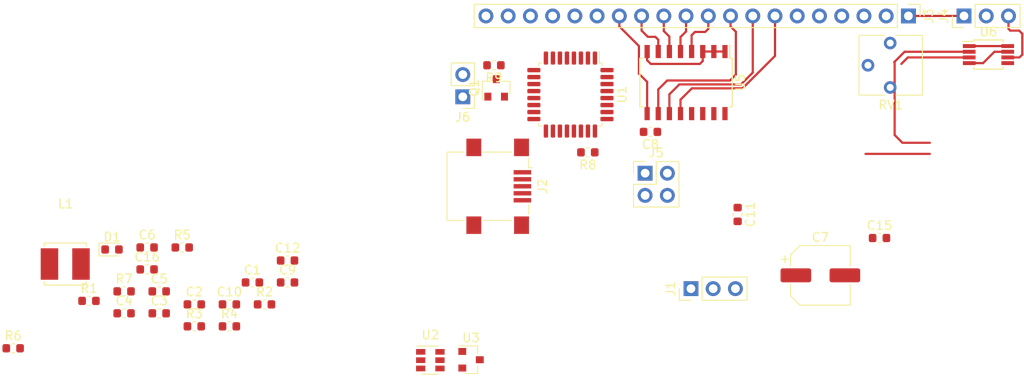
<source format=kicad_pcb>
(kicad_pcb (version 20171130) (host pcbnew "(5.1.0)-1")

  (general
    (thickness 1.6)
    (drawings 0)
    (tracks 67)
    (zones 0)
    (modules 38)
    (nets 40)
  )

  (page A4)
  (layers
    (0 F.Cu signal)
    (31 B.Cu signal)
    (32 B.Adhes user hide)
    (33 F.Adhes user hide)
    (34 B.Paste user hide)
    (35 F.Paste user hide)
    (36 B.SilkS user hide)
    (37 F.SilkS user hide)
    (38 B.Mask user)
    (39 F.Mask user hide)
    (40 Dwgs.User user)
    (41 Cmts.User user hide)
    (42 Eco1.User user hide)
    (43 Eco2.User user hide)
    (44 Edge.Cuts user hide)
    (45 Margin user hide)
    (46 B.CrtYd user)
    (47 F.CrtYd user)
    (48 B.Fab user hide)
    (49 F.Fab user hide)
  )

  (setup
    (last_trace_width 0.25)
    (user_trace_width 0.5)
    (trace_clearance 0.2)
    (zone_clearance 0.508)
    (zone_45_only no)
    (trace_min 0.2)
    (via_size 0.8)
    (via_drill 0.4)
    (via_min_size 0.4)
    (via_min_drill 0.3)
    (uvia_size 0.3)
    (uvia_drill 0.1)
    (uvias_allowed no)
    (uvia_min_size 0.2)
    (uvia_min_drill 0.1)
    (edge_width 0.05)
    (segment_width 0.2)
    (pcb_text_width 0.3)
    (pcb_text_size 1.5 1.5)
    (mod_edge_width 0.12)
    (mod_text_size 1 1)
    (mod_text_width 0.15)
    (pad_size 1.524 1.524)
    (pad_drill 0.762)
    (pad_to_mask_clearance 0.051)
    (solder_mask_min_width 0.25)
    (aux_axis_origin 0 0)
    (visible_elements 7FFFFFFF)
    (pcbplotparams
      (layerselection 0x010fc_ffffffff)
      (usegerberextensions false)
      (usegerberattributes false)
      (usegerberadvancedattributes false)
      (creategerberjobfile false)
      (excludeedgelayer true)
      (linewidth 0.100000)
      (plotframeref false)
      (viasonmask false)
      (mode 1)
      (useauxorigin false)
      (hpglpennumber 1)
      (hpglpenspeed 20)
      (hpglpendiameter 15.000000)
      (psnegative false)
      (psa4output false)
      (plotreference true)
      (plotvalue true)
      (plotinvisibletext false)
      (padsonsilk false)
      (subtractmaskfromsilk false)
      (outputformat 1)
      (mirror false)
      (drillshape 1)
      (scaleselection 1)
      (outputdirectory ""))
  )

  (net 0 "")
  (net 1 GND)
  (net 2 +12V)
  (net 3 "Net-(C2-Pad1)")
  (net 4 +5VA)
  (net 5 +3V3)
  (net 6 "Net-(C6-Pad2)")
  (net 7 "Net-(C6-Pad1)")
  (net 8 +5V)
  (net 9 /USART_TX)
  (net 10 /USART_RX)
  (net 11 /USB_D+)
  (net 12 /USB_D-)
  (net 13 /VEE)
  (net 14 /RESET)
  (net 15 /DB7)
  (net 16 /DB6)
  (net 17 /DB5)
  (net 18 /DB4)
  (net 19 /DB3)
  (net 20 /DB2)
  (net 21 /DB1)
  (net 22 /DB0)
  (net 23 /WR)
  (net 24 /RD)
  (net 25 /CD)
  (net 26 /V0)
  (net 27 "Net-(R2-Pad2)")
  (net 28 "Net-(R3-Pad1)")
  (net 29 /SCL)
  (net 30 /SDA)
  (net 31 /SWCLK)
  (net 32 /SWDIO)
  (net 33 /FS)
  (net 34 /MD2)
  (net 35 /CE)
  (net 36 "Net-(J4-Pad3)")
  (net 37 "Net-(C12-Pad2)")
  (net 38 "Net-(J6-Pad1)")
  (net 39 "Net-(Q1-Pad2)")

  (net_class Default "Dies ist die voreingestellte Netzklasse."
    (clearance 0.2)
    (trace_width 0.25)
    (via_dia 0.8)
    (via_drill 0.4)
    (uvia_dia 0.3)
    (uvia_drill 0.1)
    (add_net +12V)
    (add_net +3V3)
    (add_net +5V)
    (add_net +5VA)
    (add_net /CD)
    (add_net /CE)
    (add_net /DB0)
    (add_net /DB1)
    (add_net /DB2)
    (add_net /DB3)
    (add_net /DB4)
    (add_net /DB5)
    (add_net /DB6)
    (add_net /DB7)
    (add_net /FS)
    (add_net /MD2)
    (add_net /RD)
    (add_net /RESET)
    (add_net /SCL)
    (add_net /SDA)
    (add_net /SWCLK)
    (add_net /SWDIO)
    (add_net /USART_RX)
    (add_net /USART_TX)
    (add_net /USB_D+)
    (add_net /USB_D-)
    (add_net /V0)
    (add_net /VEE)
    (add_net /WR)
    (add_net GND)
    (add_net "Net-(C12-Pad2)")
    (add_net "Net-(C2-Pad1)")
    (add_net "Net-(C6-Pad1)")
    (add_net "Net-(C6-Pad2)")
    (add_net "Net-(J4-Pad3)")
    (add_net "Net-(J6-Pad1)")
    (add_net "Net-(Q1-Pad2)")
    (add_net "Net-(R2-Pad2)")
    (add_net "Net-(R3-Pad1)")
  )

  (module Resistor_SMD:R_0603_1608Metric (layer F.Cu) (tedit 5B301BBD) (tstamp 5EF1EB86)
    (at 121.5644 46.2788 180)
    (descr "Resistor SMD 0603 (1608 Metric), square (rectangular) end terminal, IPC_7351 nominal, (Body size source: http://www.tortai-tech.com/upload/download/2011102023233369053.pdf), generated with kicad-footprint-generator")
    (tags resistor)
    (path /5F46B759)
    (attr smd)
    (fp_text reference R9 (at 0 -1.43 180) (layer F.SilkS)
      (effects (font (size 1 1) (thickness 0.15)))
    )
    (fp_text value 100k (at 0 1.43 180) (layer F.Fab)
      (effects (font (size 1 1) (thickness 0.15)))
    )
    (fp_text user %R (at 0 0 180) (layer F.Fab)
      (effects (font (size 0.4 0.4) (thickness 0.06)))
    )
    (fp_line (start 1.48 0.73) (end -1.48 0.73) (layer F.CrtYd) (width 0.05))
    (fp_line (start 1.48 -0.73) (end 1.48 0.73) (layer F.CrtYd) (width 0.05))
    (fp_line (start -1.48 -0.73) (end 1.48 -0.73) (layer F.CrtYd) (width 0.05))
    (fp_line (start -1.48 0.73) (end -1.48 -0.73) (layer F.CrtYd) (width 0.05))
    (fp_line (start -0.162779 0.51) (end 0.162779 0.51) (layer F.SilkS) (width 0.12))
    (fp_line (start -0.162779 -0.51) (end 0.162779 -0.51) (layer F.SilkS) (width 0.12))
    (fp_line (start 0.8 0.4) (end -0.8 0.4) (layer F.Fab) (width 0.1))
    (fp_line (start 0.8 -0.4) (end 0.8 0.4) (layer F.Fab) (width 0.1))
    (fp_line (start -0.8 -0.4) (end 0.8 -0.4) (layer F.Fab) (width 0.1))
    (fp_line (start -0.8 0.4) (end -0.8 -0.4) (layer F.Fab) (width 0.1))
    (pad 2 smd roundrect (at 0.7875 0 180) (size 0.875 0.95) (layers F.Cu F.Paste F.Mask) (roundrect_rratio 0.25)
      (net 1 GND))
    (pad 1 smd roundrect (at -0.7875 0 180) (size 0.875 0.95) (layers F.Cu F.Paste F.Mask) (roundrect_rratio 0.25)
      (net 39 "Net-(Q1-Pad2)"))
    (model ${KISYS3DMOD}/Resistor_SMD.3dshapes/R_0603_1608Metric.wrl
      (at (xyz 0 0 0))
      (scale (xyz 1 1 1))
      (rotate (xyz 0 0 0))
    )
  )

  (module Package_TO_SOT_SMD:SOT-23 (layer F.Cu) (tedit 5A02FF57) (tstamp 5EF1EA75)
    (at 121.8184 48.8696 90)
    (descr "SOT-23, Standard")
    (tags SOT-23)
    (path /5F43A66B)
    (attr smd)
    (fp_text reference Q1 (at 0 -2.5 90) (layer F.SilkS)
      (effects (font (size 1 1) (thickness 0.15)))
    )
    (fp_text value Q_PMOS_DGS (at 0 2.5 90) (layer F.Fab)
      (effects (font (size 1 1) (thickness 0.15)))
    )
    (fp_line (start 0.76 1.58) (end -0.7 1.58) (layer F.SilkS) (width 0.12))
    (fp_line (start 0.76 -1.58) (end -1.4 -1.58) (layer F.SilkS) (width 0.12))
    (fp_line (start -1.7 1.75) (end -1.7 -1.75) (layer F.CrtYd) (width 0.05))
    (fp_line (start 1.7 1.75) (end -1.7 1.75) (layer F.CrtYd) (width 0.05))
    (fp_line (start 1.7 -1.75) (end 1.7 1.75) (layer F.CrtYd) (width 0.05))
    (fp_line (start -1.7 -1.75) (end 1.7 -1.75) (layer F.CrtYd) (width 0.05))
    (fp_line (start 0.76 -1.58) (end 0.76 -0.65) (layer F.SilkS) (width 0.12))
    (fp_line (start 0.76 1.58) (end 0.76 0.65) (layer F.SilkS) (width 0.12))
    (fp_line (start -0.7 1.52) (end 0.7 1.52) (layer F.Fab) (width 0.1))
    (fp_line (start 0.7 -1.52) (end 0.7 1.52) (layer F.Fab) (width 0.1))
    (fp_line (start -0.7 -0.95) (end -0.15 -1.52) (layer F.Fab) (width 0.1))
    (fp_line (start -0.15 -1.52) (end 0.7 -1.52) (layer F.Fab) (width 0.1))
    (fp_line (start -0.7 -0.95) (end -0.7 1.5) (layer F.Fab) (width 0.1))
    (fp_text user %R (at 0 0 180) (layer F.Fab)
      (effects (font (size 0.5 0.5) (thickness 0.075)))
    )
    (pad 3 smd rect (at 1 0 90) (size 0.9 0.8) (layers F.Cu F.Paste F.Mask)
      (net 2 +12V))
    (pad 2 smd rect (at -1 0.95 90) (size 0.9 0.8) (layers F.Cu F.Paste F.Mask)
      (net 39 "Net-(Q1-Pad2)"))
    (pad 1 smd rect (at -1 -0.95 90) (size 0.9 0.8) (layers F.Cu F.Paste F.Mask)
      (net 38 "Net-(J6-Pad1)"))
    (model ${KISYS3DMOD}/Package_TO_SOT_SMD.3dshapes/SOT-23.wrl
      (at (xyz 0 0 0))
      (scale (xyz 1 1 1))
      (rotate (xyz 0 0 0))
    )
  )

  (module Package_SO:SOIC-16W_5.3x10.2mm_P1.27mm (layer F.Cu) (tedit 5A02F2D3) (tstamp 5EF15DBB)
    (at 143.51 48.26 270)
    (descr "16-Lead Plastic Small Outline (SO) - Wide, 5.3 mm Body (http://www.ti.com/lit/ml/msop002a/msop002a.pdf)")
    (tags "SOIC 1.27")
    (path /5F0DC4F1)
    (attr smd)
    (fp_text reference U5 (at 0 -6.2 270) (layer F.SilkS)
      (effects (font (size 1 1) (thickness 0.15)))
    )
    (fp_text value TCA9534 (at 0 6.2 270) (layer F.Fab)
      (effects (font (size 1 1) (thickness 0.15)))
    )
    (fp_line (start -2.775 -5) (end -4.3 -5) (layer F.SilkS) (width 0.15))
    (fp_line (start -2.775 5.275) (end 2.775 5.275) (layer F.SilkS) (width 0.15))
    (fp_line (start -2.775 -5.275) (end 2.775 -5.275) (layer F.SilkS) (width 0.15))
    (fp_line (start -2.775 5.275) (end -2.775 4.92) (layer F.SilkS) (width 0.15))
    (fp_line (start 2.775 5.275) (end 2.775 4.92) (layer F.SilkS) (width 0.15))
    (fp_line (start 2.775 -5.275) (end 2.775 -4.92) (layer F.SilkS) (width 0.15))
    (fp_line (start -2.775 -5.275) (end -2.775 -5) (layer F.SilkS) (width 0.15))
    (fp_line (start -4.55 5.45) (end 4.55 5.45) (layer F.CrtYd) (width 0.05))
    (fp_line (start -4.55 -5.45) (end 4.55 -5.45) (layer F.CrtYd) (width 0.05))
    (fp_line (start 4.55 -5.45) (end 4.55 5.45) (layer F.CrtYd) (width 0.05))
    (fp_line (start -4.55 -5.45) (end -4.55 5.45) (layer F.CrtYd) (width 0.05))
    (fp_line (start -2.65 -4.1) (end -1.65 -5.1) (layer F.Fab) (width 0.15))
    (fp_line (start -2.65 5.1) (end -2.65 -4.1) (layer F.Fab) (width 0.15))
    (fp_line (start 2.65 5.1) (end -2.65 5.1) (layer F.Fab) (width 0.15))
    (fp_line (start 2.65 -5.1) (end 2.65 5.1) (layer F.Fab) (width 0.15))
    (fp_line (start -1.65 -5.1) (end 2.65 -5.1) (layer F.Fab) (width 0.15))
    (fp_text user %R (at 0 0 270) (layer F.Fab)
      (effects (font (size 1 1) (thickness 0.15)))
    )
    (pad 16 smd rect (at 3.55 -4.445 270) (size 1.5 0.6) (layers F.Cu F.Paste F.Mask)
      (net 5 +3V3))
    (pad 15 smd rect (at 3.55 -3.175 270) (size 1.5 0.6) (layers F.Cu F.Paste F.Mask)
      (net 30 /SDA))
    (pad 14 smd rect (at 3.55 -1.905 270) (size 1.5 0.6) (layers F.Cu F.Paste F.Mask)
      (net 29 /SCL))
    (pad 13 smd rect (at 3.55 -0.635 270) (size 1.5 0.6) (layers F.Cu F.Paste F.Mask))
    (pad 12 smd rect (at 3.55 0.635 270) (size 1.5 0.6) (layers F.Cu F.Paste F.Mask)
      (net 22 /DB0))
    (pad 11 smd rect (at 3.55 1.905 270) (size 1.5 0.6) (layers F.Cu F.Paste F.Mask)
      (net 21 /DB1))
    (pad 10 smd rect (at 3.55 3.175 270) (size 1.5 0.6) (layers F.Cu F.Paste F.Mask)
      (net 20 /DB2))
    (pad 9 smd rect (at 3.55 4.445 270) (size 1.5 0.6) (layers F.Cu F.Paste F.Mask)
      (net 15 /DB7))
    (pad 8 smd rect (at -3.55 4.445 270) (size 1.5 0.6) (layers F.Cu F.Paste F.Mask)
      (net 1 GND))
    (pad 7 smd rect (at -3.55 3.175 270) (size 1.5 0.6) (layers F.Cu F.Paste F.Mask)
      (net 16 /DB6))
    (pad 6 smd rect (at -3.55 1.905 270) (size 1.5 0.6) (layers F.Cu F.Paste F.Mask)
      (net 17 /DB5))
    (pad 5 smd rect (at -3.55 0.635 270) (size 1.5 0.6) (layers F.Cu F.Paste F.Mask)
      (net 18 /DB4))
    (pad 4 smd rect (at -3.55 -0.635 270) (size 1.5 0.6) (layers F.Cu F.Paste F.Mask)
      (net 19 /DB3))
    (pad 3 smd rect (at -3.55 -1.905 270) (size 1.5 0.6) (layers F.Cu F.Paste F.Mask)
      (net 1 GND))
    (pad 2 smd rect (at -3.55 -3.175 270) (size 1.5 0.6) (layers F.Cu F.Paste F.Mask)
      (net 1 GND))
    (pad 1 smd rect (at -3.55 -4.445 270) (size 1.5 0.6) (layers F.Cu F.Paste F.Mask)
      (net 1 GND))
    (model ${KISYS3DMOD}/Package_SO.3dshapes/SOIC-16W_5.3x10.2mm_P1.27mm.wrl
      (at (xyz 0 0 0))
      (scale (xyz 1 1 1))
      (rotate (xyz 0 0 0))
    )
  )

  (module Capacitor_SMD:C_0603_1608Metric (layer F.Cu) (tedit 5B301BBE) (tstamp 5EF14A00)
    (at 165.608 66.04)
    (descr "Capacitor SMD 0603 (1608 Metric), square (rectangular) end terminal, IPC_7351 nominal, (Body size source: http://www.tortai-tech.com/upload/download/2011102023233369053.pdf), generated with kicad-footprint-generator")
    (tags capacitor)
    (path /5F1760F8)
    (attr smd)
    (fp_text reference C15 (at 0 -1.43) (layer F.SilkS)
      (effects (font (size 1 1) (thickness 0.15)))
    )
    (fp_text value 100n (at 0 1.43) (layer F.Fab)
      (effects (font (size 1 1) (thickness 0.15)))
    )
    (fp_text user %R (at 0 0) (layer F.Fab)
      (effects (font (size 0.4 0.4) (thickness 0.06)))
    )
    (fp_line (start 1.48 0.73) (end -1.48 0.73) (layer F.CrtYd) (width 0.05))
    (fp_line (start 1.48 -0.73) (end 1.48 0.73) (layer F.CrtYd) (width 0.05))
    (fp_line (start -1.48 -0.73) (end 1.48 -0.73) (layer F.CrtYd) (width 0.05))
    (fp_line (start -1.48 0.73) (end -1.48 -0.73) (layer F.CrtYd) (width 0.05))
    (fp_line (start -0.162779 0.51) (end 0.162779 0.51) (layer F.SilkS) (width 0.12))
    (fp_line (start -0.162779 -0.51) (end 0.162779 -0.51) (layer F.SilkS) (width 0.12))
    (fp_line (start 0.8 0.4) (end -0.8 0.4) (layer F.Fab) (width 0.1))
    (fp_line (start 0.8 -0.4) (end 0.8 0.4) (layer F.Fab) (width 0.1))
    (fp_line (start -0.8 -0.4) (end 0.8 -0.4) (layer F.Fab) (width 0.1))
    (fp_line (start -0.8 0.4) (end -0.8 -0.4) (layer F.Fab) (width 0.1))
    (pad 2 smd roundrect (at 0.7875 0) (size 0.875 0.95) (layers F.Cu F.Paste F.Mask) (roundrect_rratio 0.25)
      (net 5 +3V3))
    (pad 1 smd roundrect (at -0.7875 0) (size 0.875 0.95) (layers F.Cu F.Paste F.Mask) (roundrect_rratio 0.25)
      (net 1 GND))
    (model ${KISYS3DMOD}/Capacitor_SMD.3dshapes/C_0603_1608Metric.wrl
      (at (xyz 0 0 0))
      (scale (xyz 1 1 1))
      (rotate (xyz 0 0 0))
    )
  )

  (module Package_QFP:LQFP-32_7x7mm_P0.8mm (layer F.Cu) (tedit 5C1823C9) (tstamp 5EE3593D)
    (at 130.302 49.6316 270)
    (descr "LQFP, 32 Pin (https://www.nxp.com/docs/en/package-information/SOT358-1.pdf), generated with kicad-footprint-generator ipc_gullwing_generator.py")
    (tags "LQFP QFP")
    (path /5EE79861)
    (attr smd)
    (fp_text reference U1 (at 0 -5.88 270) (layer F.SilkS)
      (effects (font (size 1 1) (thickness 0.15)))
    )
    (fp_text value STM32L412K8Tx (at 0 5.88 270) (layer F.Fab)
      (effects (font (size 1 1) (thickness 0.15)))
    )
    (fp_text user %R (at 0 0 270) (layer F.Fab)
      (effects (font (size 1 1) (thickness 0.15)))
    )
    (fp_line (start 5.18 3.3) (end 5.18 0) (layer F.CrtYd) (width 0.05))
    (fp_line (start 3.75 3.3) (end 5.18 3.3) (layer F.CrtYd) (width 0.05))
    (fp_line (start 3.75 3.75) (end 3.75 3.3) (layer F.CrtYd) (width 0.05))
    (fp_line (start 3.3 3.75) (end 3.75 3.75) (layer F.CrtYd) (width 0.05))
    (fp_line (start 3.3 5.18) (end 3.3 3.75) (layer F.CrtYd) (width 0.05))
    (fp_line (start 0 5.18) (end 3.3 5.18) (layer F.CrtYd) (width 0.05))
    (fp_line (start -5.18 3.3) (end -5.18 0) (layer F.CrtYd) (width 0.05))
    (fp_line (start -3.75 3.3) (end -5.18 3.3) (layer F.CrtYd) (width 0.05))
    (fp_line (start -3.75 3.75) (end -3.75 3.3) (layer F.CrtYd) (width 0.05))
    (fp_line (start -3.3 3.75) (end -3.75 3.75) (layer F.CrtYd) (width 0.05))
    (fp_line (start -3.3 5.18) (end -3.3 3.75) (layer F.CrtYd) (width 0.05))
    (fp_line (start 0 5.18) (end -3.3 5.18) (layer F.CrtYd) (width 0.05))
    (fp_line (start 5.18 -3.3) (end 5.18 0) (layer F.CrtYd) (width 0.05))
    (fp_line (start 3.75 -3.3) (end 5.18 -3.3) (layer F.CrtYd) (width 0.05))
    (fp_line (start 3.75 -3.75) (end 3.75 -3.3) (layer F.CrtYd) (width 0.05))
    (fp_line (start 3.3 -3.75) (end 3.75 -3.75) (layer F.CrtYd) (width 0.05))
    (fp_line (start 3.3 -5.18) (end 3.3 -3.75) (layer F.CrtYd) (width 0.05))
    (fp_line (start 0 -5.18) (end 3.3 -5.18) (layer F.CrtYd) (width 0.05))
    (fp_line (start -5.18 -3.3) (end -5.18 0) (layer F.CrtYd) (width 0.05))
    (fp_line (start -3.75 -3.3) (end -5.18 -3.3) (layer F.CrtYd) (width 0.05))
    (fp_line (start -3.75 -3.75) (end -3.75 -3.3) (layer F.CrtYd) (width 0.05))
    (fp_line (start -3.3 -3.75) (end -3.75 -3.75) (layer F.CrtYd) (width 0.05))
    (fp_line (start -3.3 -5.18) (end -3.3 -3.75) (layer F.CrtYd) (width 0.05))
    (fp_line (start 0 -5.18) (end -3.3 -5.18) (layer F.CrtYd) (width 0.05))
    (fp_line (start -3.5 -2.5) (end -2.5 -3.5) (layer F.Fab) (width 0.1))
    (fp_line (start -3.5 3.5) (end -3.5 -2.5) (layer F.Fab) (width 0.1))
    (fp_line (start 3.5 3.5) (end -3.5 3.5) (layer F.Fab) (width 0.1))
    (fp_line (start 3.5 -3.5) (end 3.5 3.5) (layer F.Fab) (width 0.1))
    (fp_line (start -2.5 -3.5) (end 3.5 -3.5) (layer F.Fab) (width 0.1))
    (fp_line (start -3.61 -3.31) (end -4.925 -3.31) (layer F.SilkS) (width 0.12))
    (fp_line (start -3.61 -3.61) (end -3.61 -3.31) (layer F.SilkS) (width 0.12))
    (fp_line (start -3.31 -3.61) (end -3.61 -3.61) (layer F.SilkS) (width 0.12))
    (fp_line (start 3.61 -3.61) (end 3.61 -3.31) (layer F.SilkS) (width 0.12))
    (fp_line (start 3.31 -3.61) (end 3.61 -3.61) (layer F.SilkS) (width 0.12))
    (fp_line (start -3.61 3.61) (end -3.61 3.31) (layer F.SilkS) (width 0.12))
    (fp_line (start -3.31 3.61) (end -3.61 3.61) (layer F.SilkS) (width 0.12))
    (fp_line (start 3.61 3.61) (end 3.61 3.31) (layer F.SilkS) (width 0.12))
    (fp_line (start 3.31 3.61) (end 3.61 3.61) (layer F.SilkS) (width 0.12))
    (pad 32 smd roundrect (at -2.8 -4.175 270) (size 0.5 1.5) (layers F.Cu F.Paste F.Mask) (roundrect_rratio 0.25)
      (net 1 GND))
    (pad 31 smd roundrect (at -2 -4.175 270) (size 0.5 1.5) (layers F.Cu F.Paste F.Mask) (roundrect_rratio 0.25)
      (net 28 "Net-(R3-Pad1)"))
    (pad 30 smd roundrect (at -1.2 -4.175 270) (size 0.5 1.5) (layers F.Cu F.Paste F.Mask) (roundrect_rratio 0.25)
      (net 9 /USART_TX))
    (pad 29 smd roundrect (at -0.4 -4.175 270) (size 0.5 1.5) (layers F.Cu F.Paste F.Mask) (roundrect_rratio 0.25)
      (net 10 /USART_RX))
    (pad 28 smd roundrect (at 0.4 -4.175 270) (size 0.5 1.5) (layers F.Cu F.Paste F.Mask) (roundrect_rratio 0.25)
      (net 14 /RESET))
    (pad 27 smd roundrect (at 1.2 -4.175 270) (size 0.5 1.5) (layers F.Cu F.Paste F.Mask) (roundrect_rratio 0.25)
      (net 34 /MD2))
    (pad 26 smd roundrect (at 2 -4.175 270) (size 0.5 1.5) (layers F.Cu F.Paste F.Mask) (roundrect_rratio 0.25)
      (net 33 /FS))
    (pad 25 smd roundrect (at 2.8 -4.175 270) (size 0.5 1.5) (layers F.Cu F.Paste F.Mask) (roundrect_rratio 0.25))
    (pad 24 smd roundrect (at 4.175 -2.8 270) (size 1.5 0.5) (layers F.Cu F.Paste F.Mask) (roundrect_rratio 0.25)
      (net 31 /SWCLK))
    (pad 23 smd roundrect (at 4.175 -2 270) (size 1.5 0.5) (layers F.Cu F.Paste F.Mask) (roundrect_rratio 0.25)
      (net 32 /SWDIO))
    (pad 22 smd roundrect (at 4.175 -1.2 270) (size 1.5 0.5) (layers F.Cu F.Paste F.Mask) (roundrect_rratio 0.25)
      (net 11 /USB_D+))
    (pad 21 smd roundrect (at 4.175 -0.4 270) (size 1.5 0.5) (layers F.Cu F.Paste F.Mask) (roundrect_rratio 0.25)
      (net 12 /USB_D-))
    (pad 20 smd roundrect (at 4.175 0.4 270) (size 1.5 0.5) (layers F.Cu F.Paste F.Mask) (roundrect_rratio 0.25)
      (net 30 /SDA))
    (pad 19 smd roundrect (at 4.175 1.2 270) (size 1.5 0.5) (layers F.Cu F.Paste F.Mask) (roundrect_rratio 0.25)
      (net 29 /SCL))
    (pad 18 smd roundrect (at 4.175 2 270) (size 1.5 0.5) (layers F.Cu F.Paste F.Mask) (roundrect_rratio 0.25)
      (net 35 /CE))
    (pad 17 smd roundrect (at 4.175 2.8 270) (size 1.5 0.5) (layers F.Cu F.Paste F.Mask) (roundrect_rratio 0.25)
      (net 5 +3V3))
    (pad 16 smd roundrect (at 2.8 4.175 270) (size 0.5 1.5) (layers F.Cu F.Paste F.Mask) (roundrect_rratio 0.25)
      (net 1 GND))
    (pad 15 smd roundrect (at 2 4.175 270) (size 0.5 1.5) (layers F.Cu F.Paste F.Mask) (roundrect_rratio 0.25))
    (pad 14 smd roundrect (at 1.2 4.175 270) (size 0.5 1.5) (layers F.Cu F.Paste F.Mask) (roundrect_rratio 0.25))
    (pad 13 smd roundrect (at 0.4 4.175 270) (size 0.5 1.5) (layers F.Cu F.Paste F.Mask) (roundrect_rratio 0.25))
    (pad 12 smd roundrect (at -0.4 4.175 270) (size 0.5 1.5) (layers F.Cu F.Paste F.Mask) (roundrect_rratio 0.25))
    (pad 11 smd roundrect (at -1.2 4.175 270) (size 0.5 1.5) (layers F.Cu F.Paste F.Mask) (roundrect_rratio 0.25))
    (pad 10 smd roundrect (at -2 4.175 270) (size 0.5 1.5) (layers F.Cu F.Paste F.Mask) (roundrect_rratio 0.25))
    (pad 9 smd roundrect (at -2.8 4.175 270) (size 0.5 1.5) (layers F.Cu F.Paste F.Mask) (roundrect_rratio 0.25))
    (pad 8 smd roundrect (at -4.175 2.8 270) (size 1.5 0.5) (layers F.Cu F.Paste F.Mask) (roundrect_rratio 0.25))
    (pad 7 smd roundrect (at -4.175 2 270) (size 1.5 0.5) (layers F.Cu F.Paste F.Mask) (roundrect_rratio 0.25))
    (pad 6 smd roundrect (at -4.175 1.2 270) (size 1.5 0.5) (layers F.Cu F.Paste F.Mask) (roundrect_rratio 0.25)
      (net 23 /WR))
    (pad 5 smd roundrect (at -4.175 0.4 270) (size 1.5 0.5) (layers F.Cu F.Paste F.Mask) (roundrect_rratio 0.25)
      (net 5 +3V3))
    (pad 4 smd roundrect (at -4.175 -0.4 270) (size 1.5 0.5) (layers F.Cu F.Paste F.Mask) (roundrect_rratio 0.25)
      (net 3 "Net-(C2-Pad1)"))
    (pad 3 smd roundrect (at -4.175 -1.2 270) (size 1.5 0.5) (layers F.Cu F.Paste F.Mask) (roundrect_rratio 0.25)
      (net 24 /RD))
    (pad 2 smd roundrect (at -4.175 -2 270) (size 1.5 0.5) (layers F.Cu F.Paste F.Mask) (roundrect_rratio 0.25)
      (net 25 /CD))
    (pad 1 smd roundrect (at -4.175 -2.8 270) (size 1.5 0.5) (layers F.Cu F.Paste F.Mask) (roundrect_rratio 0.25)
      (net 5 +3V3))
    (model ${KISYS3DMOD}/Package_QFP.3dshapes/LQFP-32_7x7mm_P0.8mm.wrl
      (at (xyz 0 0 0))
      (scale (xyz 1 1 1))
      (rotate (xyz 0 0 0))
    )
  )

  (module Connector_PinHeader_2.54mm:PinHeader_1x03_P2.54mm_Vertical (layer F.Cu) (tedit 59FED5CC) (tstamp 5EF121A4)
    (at 175.26 40.64 90)
    (descr "Through hole straight pin header, 1x03, 2.54mm pitch, single row")
    (tags "Through hole pin header THT 1x03 2.54mm single row")
    (path /5F062AE9)
    (fp_text reference J4 (at 0 -2.33 90) (layer F.SilkS)
      (effects (font (size 1 1) (thickness 0.15)))
    )
    (fp_text value Conn_01x03_Male (at 0 7.41 90) (layer F.Fab)
      (effects (font (size 1 1) (thickness 0.15)))
    )
    (fp_text user %R (at 0 2.54 180) (layer F.Fab)
      (effects (font (size 1 1) (thickness 0.15)))
    )
    (fp_line (start 1.8 -1.8) (end -1.8 -1.8) (layer F.CrtYd) (width 0.05))
    (fp_line (start 1.8 6.85) (end 1.8 -1.8) (layer F.CrtYd) (width 0.05))
    (fp_line (start -1.8 6.85) (end 1.8 6.85) (layer F.CrtYd) (width 0.05))
    (fp_line (start -1.8 -1.8) (end -1.8 6.85) (layer F.CrtYd) (width 0.05))
    (fp_line (start -1.33 -1.33) (end 0 -1.33) (layer F.SilkS) (width 0.12))
    (fp_line (start -1.33 0) (end -1.33 -1.33) (layer F.SilkS) (width 0.12))
    (fp_line (start -1.33 1.27) (end 1.33 1.27) (layer F.SilkS) (width 0.12))
    (fp_line (start 1.33 1.27) (end 1.33 6.41) (layer F.SilkS) (width 0.12))
    (fp_line (start -1.33 1.27) (end -1.33 6.41) (layer F.SilkS) (width 0.12))
    (fp_line (start -1.33 6.41) (end 1.33 6.41) (layer F.SilkS) (width 0.12))
    (fp_line (start -1.27 -0.635) (end -0.635 -1.27) (layer F.Fab) (width 0.1))
    (fp_line (start -1.27 6.35) (end -1.27 -0.635) (layer F.Fab) (width 0.1))
    (fp_line (start 1.27 6.35) (end -1.27 6.35) (layer F.Fab) (width 0.1))
    (fp_line (start 1.27 -1.27) (end 1.27 6.35) (layer F.Fab) (width 0.1))
    (fp_line (start -0.635 -1.27) (end 1.27 -1.27) (layer F.Fab) (width 0.1))
    (pad 3 thru_hole oval (at 0 5.08 90) (size 1.7 1.7) (drill 1) (layers *.Cu *.Mask)
      (net 36 "Net-(J4-Pad3)"))
    (pad 2 thru_hole oval (at 0 2.54 90) (size 1.7 1.7) (drill 1) (layers *.Cu *.Mask))
    (pad 1 thru_hole rect (at 0 0 90) (size 1.7 1.7) (drill 1) (layers *.Cu *.Mask)
      (net 1 GND))
    (model ${KISYS3DMOD}/Connector_PinHeader_2.54mm.3dshapes/PinHeader_1x03_P2.54mm_Vertical.wrl
      (at (xyz 0 0 0))
      (scale (xyz 1 1 1))
      (rotate (xyz 0 0 0))
    )
  )

  (module Potentiometer_THT:Potentiometer_Vishay_T73YP_Vertical (layer F.Cu) (tedit 5A3D4993) (tstamp 5EEFE31A)
    (at 166.8272 43.7388 180)
    (descr "Potentiometer, vertical, Vishay T73YP, http://www.vishay.com/docs/51016/t73.pdf")
    (tags "Potentiometer vertical Vishay T73YP")
    (path /5EF22068)
    (fp_text reference RV1 (at -0.06 -7.09 180) (layer F.SilkS)
      (effects (font (size 1 1) (thickness 0.15)))
    )
    (fp_text value R_POT_TRIM (at -0.06 2.01 180) (layer F.Fab)
      (effects (font (size 1 1) (thickness 0.15)))
    )
    (fp_text user %R (at -2.56 -2.54 270) (layer F.Fab)
      (effects (font (size 1 1) (thickness 0.15)))
    )
    (fp_line (start 3.7 -6.1) (end -3.85 -6.1) (layer F.CrtYd) (width 0.05))
    (fp_line (start 3.7 1.05) (end 3.7 -6.1) (layer F.CrtYd) (width 0.05))
    (fp_line (start -3.85 1.05) (end 3.7 1.05) (layer F.CrtYd) (width 0.05))
    (fp_line (start -3.85 -6.1) (end -3.85 1.05) (layer F.CrtYd) (width 0.05))
    (fp_line (start 3.56 -5.96) (end 3.56 0.88) (layer F.SilkS) (width 0.12))
    (fp_line (start -3.68 -5.96) (end -3.68 0.88) (layer F.SilkS) (width 0.12))
    (fp_line (start 0.65 0.88) (end 3.56 0.88) (layer F.SilkS) (width 0.12))
    (fp_line (start -3.68 0.88) (end -0.65 0.88) (layer F.SilkS) (width 0.12))
    (fp_line (start 0.65 -5.96) (end 3.56 -5.96) (layer F.SilkS) (width 0.12))
    (fp_line (start -3.68 -5.96) (end -0.65 -5.96) (layer F.SilkS) (width 0.12))
    (fp_line (start -0.961 -2.464) (end -0.961 -2.616) (layer F.Fab) (width 0.1))
    (fp_line (start 0.164 -2.464) (end -0.961 -2.464) (layer F.Fab) (width 0.1))
    (fp_line (start 0.164 -1.339) (end 0.164 -2.464) (layer F.Fab) (width 0.1))
    (fp_line (start 0.316 -1.339) (end 0.164 -1.339) (layer F.Fab) (width 0.1))
    (fp_line (start 0.316 -2.464) (end 0.316 -1.339) (layer F.Fab) (width 0.1))
    (fp_line (start 1.441 -2.464) (end 0.316 -2.464) (layer F.Fab) (width 0.1))
    (fp_line (start 1.441 -2.616) (end 1.441 -2.464) (layer F.Fab) (width 0.1))
    (fp_line (start 0.316 -2.616) (end 1.441 -2.616) (layer F.Fab) (width 0.1))
    (fp_line (start 0.316 -3.741) (end 0.316 -2.616) (layer F.Fab) (width 0.1))
    (fp_line (start 0.164 -3.741) (end 0.316 -3.741) (layer F.Fab) (width 0.1))
    (fp_line (start 0.164 -2.616) (end 0.164 -3.741) (layer F.Fab) (width 0.1))
    (fp_line (start -0.961 -2.616) (end 0.164 -2.616) (layer F.Fab) (width 0.1))
    (fp_line (start 3.44 -5.84) (end -3.56 -5.84) (layer F.Fab) (width 0.1))
    (fp_line (start 3.44 0.76) (end 3.44 -5.84) (layer F.Fab) (width 0.1))
    (fp_line (start -3.56 0.76) (end 3.44 0.76) (layer F.Fab) (width 0.1))
    (fp_line (start -3.56 -5.84) (end -3.56 0.76) (layer F.Fab) (width 0.1))
    (fp_circle (center 0.24 -2.54) (end 1.74 -2.54) (layer F.Fab) (width 0.1))
    (pad 1 thru_hole circle (at 0 0 180) (size 1.44 1.44) (drill 0.8) (layers *.Cu *.Mask)
      (net 13 /VEE))
    (pad 2 thru_hole circle (at 2.54 -2.54 180) (size 1.44 1.44) (drill 0.8) (layers *.Cu *.Mask)
      (net 26 /V0))
    (pad 3 thru_hole circle (at 0 -5.08 180) (size 1.44 1.44) (drill 0.8) (layers *.Cu *.Mask)
      (net 1 GND))
    (model ${KISYS3DMOD}/Potentiometer_THT.3dshapes/Potentiometer_Vishay_T73YP_Vertical.wrl
      (at (xyz 0 0 0))
      (scale (xyz 1 1 1))
      (rotate (xyz 0 0 0))
    )
  )

  (module Connector_PinHeader_2.54mm:PinHeader_1x02_P2.54mm_Vertical (layer F.Cu) (tedit 59FED5CC) (tstamp 5EE3A3E2)
    (at 118.0084 49.8856 180)
    (descr "Through hole straight pin header, 1x02, 2.54mm pitch, single row")
    (tags "Through hole pin header THT 1x02 2.54mm single row")
    (path /5F410094)
    (fp_text reference J6 (at 0 -2.33 180) (layer F.SilkS)
      (effects (font (size 1 1) (thickness 0.15)))
    )
    (fp_text value 12V (at 0 4.87 180) (layer F.Fab)
      (effects (font (size 1 1) (thickness 0.15)))
    )
    (fp_text user %R (at 0 1.27 270) (layer F.Fab)
      (effects (font (size 1 1) (thickness 0.15)))
    )
    (fp_line (start 1.8 -1.8) (end -1.8 -1.8) (layer F.CrtYd) (width 0.05))
    (fp_line (start 1.8 4.35) (end 1.8 -1.8) (layer F.CrtYd) (width 0.05))
    (fp_line (start -1.8 4.35) (end 1.8 4.35) (layer F.CrtYd) (width 0.05))
    (fp_line (start -1.8 -1.8) (end -1.8 4.35) (layer F.CrtYd) (width 0.05))
    (fp_line (start -1.33 -1.33) (end 0 -1.33) (layer F.SilkS) (width 0.12))
    (fp_line (start -1.33 0) (end -1.33 -1.33) (layer F.SilkS) (width 0.12))
    (fp_line (start -1.33 1.27) (end 1.33 1.27) (layer F.SilkS) (width 0.12))
    (fp_line (start 1.33 1.27) (end 1.33 3.87) (layer F.SilkS) (width 0.12))
    (fp_line (start -1.33 1.27) (end -1.33 3.87) (layer F.SilkS) (width 0.12))
    (fp_line (start -1.33 3.87) (end 1.33 3.87) (layer F.SilkS) (width 0.12))
    (fp_line (start -1.27 -0.635) (end -0.635 -1.27) (layer F.Fab) (width 0.1))
    (fp_line (start -1.27 3.81) (end -1.27 -0.635) (layer F.Fab) (width 0.1))
    (fp_line (start 1.27 3.81) (end -1.27 3.81) (layer F.Fab) (width 0.1))
    (fp_line (start 1.27 -1.27) (end 1.27 3.81) (layer F.Fab) (width 0.1))
    (fp_line (start -0.635 -1.27) (end 1.27 -1.27) (layer F.Fab) (width 0.1))
    (pad 2 thru_hole oval (at 0 2.54 180) (size 1.7 1.7) (drill 1) (layers *.Cu *.Mask)
      (net 1 GND))
    (pad 1 thru_hole rect (at 0 0 180) (size 1.7 1.7) (drill 1) (layers *.Cu *.Mask)
      (net 38 "Net-(J6-Pad1)"))
    (model ${KISYS3DMOD}/Connector_PinHeader_2.54mm.3dshapes/PinHeader_1x02_P2.54mm_Vertical.wrl
      (at (xyz 0 0 0))
      (scale (xyz 1 1 1))
      (rotate (xyz 0 0 0))
    )
  )

  (module Connector_PinHeader_2.54mm:PinHeader_2x02_P2.54mm_Vertical (layer F.Cu) (tedit 59FED5CC) (tstamp 5EE39261)
    (at 138.8364 58.6232)
    (descr "Through hole straight pin header, 2x02, 2.54mm pitch, double rows")
    (tags "Through hole pin header THT 2x02 2.54mm double row")
    (path /5F36908D)
    (fp_text reference J5 (at 1.27 -2.33) (layer F.SilkS)
      (effects (font (size 1 1) (thickness 0.15)))
    )
    (fp_text value SWD (at 1.27 4.87) (layer F.Fab)
      (effects (font (size 1 1) (thickness 0.15)))
    )
    (fp_text user %R (at 1.27 1.27 -270) (layer F.Fab)
      (effects (font (size 1 1) (thickness 0.15)))
    )
    (fp_line (start 4.35 -1.8) (end -1.8 -1.8) (layer F.CrtYd) (width 0.05))
    (fp_line (start 4.35 4.35) (end 4.35 -1.8) (layer F.CrtYd) (width 0.05))
    (fp_line (start -1.8 4.35) (end 4.35 4.35) (layer F.CrtYd) (width 0.05))
    (fp_line (start -1.8 -1.8) (end -1.8 4.35) (layer F.CrtYd) (width 0.05))
    (fp_line (start -1.33 -1.33) (end 0 -1.33) (layer F.SilkS) (width 0.12))
    (fp_line (start -1.33 0) (end -1.33 -1.33) (layer F.SilkS) (width 0.12))
    (fp_line (start 1.27 -1.33) (end 3.87 -1.33) (layer F.SilkS) (width 0.12))
    (fp_line (start 1.27 1.27) (end 1.27 -1.33) (layer F.SilkS) (width 0.12))
    (fp_line (start -1.33 1.27) (end 1.27 1.27) (layer F.SilkS) (width 0.12))
    (fp_line (start 3.87 -1.33) (end 3.87 3.87) (layer F.SilkS) (width 0.12))
    (fp_line (start -1.33 1.27) (end -1.33 3.87) (layer F.SilkS) (width 0.12))
    (fp_line (start -1.33 3.87) (end 3.87 3.87) (layer F.SilkS) (width 0.12))
    (fp_line (start -1.27 0) (end 0 -1.27) (layer F.Fab) (width 0.1))
    (fp_line (start -1.27 3.81) (end -1.27 0) (layer F.Fab) (width 0.1))
    (fp_line (start 3.81 3.81) (end -1.27 3.81) (layer F.Fab) (width 0.1))
    (fp_line (start 3.81 -1.27) (end 3.81 3.81) (layer F.Fab) (width 0.1))
    (fp_line (start 0 -1.27) (end 3.81 -1.27) (layer F.Fab) (width 0.1))
    (pad 4 thru_hole oval (at 2.54 2.54) (size 1.7 1.7) (drill 1) (layers *.Cu *.Mask)
      (net 5 +3V3))
    (pad 3 thru_hole oval (at 0 2.54) (size 1.7 1.7) (drill 1) (layers *.Cu *.Mask)
      (net 1 GND))
    (pad 2 thru_hole oval (at 2.54 0) (size 1.7 1.7) (drill 1) (layers *.Cu *.Mask)
      (net 31 /SWCLK))
    (pad 1 thru_hole rect (at 0 0) (size 1.7 1.7) (drill 1) (layers *.Cu *.Mask)
      (net 32 /SWDIO))
    (model ${KISYS3DMOD}/Connector_PinHeader_2.54mm.3dshapes/PinHeader_2x02_P2.54mm_Vertical.wrl
      (at (xyz 0 0 0))
      (scale (xyz 1 1 1))
      (rotate (xyz 0 0 0))
    )
  )

  (module Package_TO_SOT_SMD:SOT-23 (layer F.Cu) (tedit 5A02FF57) (tstamp 5EE3705B)
    (at 118.95 79.96)
    (descr "SOT-23, Standard")
    (tags SOT-23)
    (path /5EE6B715)
    (attr smd)
    (fp_text reference U3 (at 0 -2.5) (layer F.SilkS)
      (effects (font (size 1 1) (thickness 0.15)))
    )
    (fp_text value MCP1812BT_033TT (at 0 2.5) (layer F.Fab)
      (effects (font (size 1 1) (thickness 0.15)))
    )
    (fp_line (start 0.76 1.58) (end -0.7 1.58) (layer F.SilkS) (width 0.12))
    (fp_line (start 0.76 -1.58) (end -1.4 -1.58) (layer F.SilkS) (width 0.12))
    (fp_line (start -1.7 1.75) (end -1.7 -1.75) (layer F.CrtYd) (width 0.05))
    (fp_line (start 1.7 1.75) (end -1.7 1.75) (layer F.CrtYd) (width 0.05))
    (fp_line (start 1.7 -1.75) (end 1.7 1.75) (layer F.CrtYd) (width 0.05))
    (fp_line (start -1.7 -1.75) (end 1.7 -1.75) (layer F.CrtYd) (width 0.05))
    (fp_line (start 0.76 -1.58) (end 0.76 -0.65) (layer F.SilkS) (width 0.12))
    (fp_line (start 0.76 1.58) (end 0.76 0.65) (layer F.SilkS) (width 0.12))
    (fp_line (start -0.7 1.52) (end 0.7 1.52) (layer F.Fab) (width 0.1))
    (fp_line (start 0.7 -1.52) (end 0.7 1.52) (layer F.Fab) (width 0.1))
    (fp_line (start -0.7 -0.95) (end -0.15 -1.52) (layer F.Fab) (width 0.1))
    (fp_line (start -0.15 -1.52) (end 0.7 -1.52) (layer F.Fab) (width 0.1))
    (fp_line (start -0.7 -0.95) (end -0.7 1.5) (layer F.Fab) (width 0.1))
    (fp_text user %R (at 0 0 90) (layer F.Fab)
      (effects (font (size 0.5 0.5) (thickness 0.075)))
    )
    (pad 3 smd rect (at 1 0) (size 0.9 0.8) (layers F.Cu F.Paste F.Mask)
      (net 1 GND))
    (pad 2 smd rect (at -1 0.95) (size 0.9 0.8) (layers F.Cu F.Paste F.Mask)
      (net 4 +5VA))
    (pad 1 smd rect (at -1 -0.95) (size 0.9 0.8) (layers F.Cu F.Paste F.Mask)
      (net 5 +3V3))
    (model ${KISYS3DMOD}/Package_TO_SOT_SMD.3dshapes/SOT-23.wrl
      (at (xyz 0 0 0))
      (scale (xyz 1 1 1))
      (rotate (xyz 0 0 0))
    )
  )

  (module Package_TO_SOT_SMD:SOT-23-6 (layer F.Cu) (tedit 5A02FF57) (tstamp 5EE37046)
    (at 114.3 80.01)
    (descr "6-pin SOT-23 package")
    (tags SOT-23-6)
    (path /5EE52F81)
    (attr smd)
    (fp_text reference U2 (at 0 -2.9) (layer F.SilkS)
      (effects (font (size 1 1) (thickness 0.15)))
    )
    (fp_text value TPS54202H (at 0 2.9) (layer F.Fab)
      (effects (font (size 1 1) (thickness 0.15)))
    )
    (fp_line (start 0.9 -1.55) (end 0.9 1.55) (layer F.Fab) (width 0.1))
    (fp_line (start 0.9 1.55) (end -0.9 1.55) (layer F.Fab) (width 0.1))
    (fp_line (start -0.9 -0.9) (end -0.9 1.55) (layer F.Fab) (width 0.1))
    (fp_line (start 0.9 -1.55) (end -0.25 -1.55) (layer F.Fab) (width 0.1))
    (fp_line (start -0.9 -0.9) (end -0.25 -1.55) (layer F.Fab) (width 0.1))
    (fp_line (start -1.9 -1.8) (end -1.9 1.8) (layer F.CrtYd) (width 0.05))
    (fp_line (start -1.9 1.8) (end 1.9 1.8) (layer F.CrtYd) (width 0.05))
    (fp_line (start 1.9 1.8) (end 1.9 -1.8) (layer F.CrtYd) (width 0.05))
    (fp_line (start 1.9 -1.8) (end -1.9 -1.8) (layer F.CrtYd) (width 0.05))
    (fp_line (start 0.9 -1.61) (end -1.55 -1.61) (layer F.SilkS) (width 0.12))
    (fp_line (start -0.9 1.61) (end 0.9 1.61) (layer F.SilkS) (width 0.12))
    (fp_text user %R (at 0 0 90) (layer F.Fab)
      (effects (font (size 0.5 0.5) (thickness 0.075)))
    )
    (pad 5 smd rect (at 1.1 0) (size 1.06 0.65) (layers F.Cu F.Paste F.Mask)
      (net 27 "Net-(R2-Pad2)"))
    (pad 6 smd rect (at 1.1 -0.95) (size 1.06 0.65) (layers F.Cu F.Paste F.Mask)
      (net 7 "Net-(C6-Pad1)"))
    (pad 4 smd rect (at 1.1 0.95) (size 1.06 0.65) (layers F.Cu F.Paste F.Mask)
      (net 37 "Net-(C12-Pad2)"))
    (pad 3 smd rect (at -1.1 0.95) (size 1.06 0.65) (layers F.Cu F.Paste F.Mask)
      (net 2 +12V))
    (pad 2 smd rect (at -1.1 0) (size 1.06 0.65) (layers F.Cu F.Paste F.Mask)
      (net 6 "Net-(C6-Pad2)"))
    (pad 1 smd rect (at -1.1 -0.95) (size 1.06 0.65) (layers F.Cu F.Paste F.Mask)
      (net 1 GND))
    (model ${KISYS3DMOD}/Package_TO_SOT_SMD.3dshapes/SOT-23-6.wrl
      (at (xyz 0 0 0))
      (scale (xyz 1 1 1))
      (rotate (xyz 0 0 0))
    )
  )

  (module Package_SO:MSOP-8_3x3mm_P0.65mm (layer F.Cu) (tedit 5A02F25C) (tstamp 5EE3599B)
    (at 178.054 45.0596)
    (descr "8-Lead Plastic Micro Small Outline Package (MS) [MSOP] (see Microchip Packaging Specification 00000049BS.pdf)")
    (tags "SSOP 0.65")
    (path /5EFA3C34)
    (attr smd)
    (fp_text reference U6 (at 0 -2.6) (layer F.SilkS)
      (effects (font (size 1 1) (thickness 0.15)))
    )
    (fp_text value MCP4541T (at 0 2.6) (layer F.Fab)
      (effects (font (size 1 1) (thickness 0.15)))
    )
    (fp_text user %R (at 0 0) (layer F.Fab)
      (effects (font (size 0.6 0.6) (thickness 0.15)))
    )
    (fp_line (start -1.675 -1.5) (end -2.925 -1.5) (layer F.SilkS) (width 0.15))
    (fp_line (start -1.675 1.675) (end 1.675 1.675) (layer F.SilkS) (width 0.15))
    (fp_line (start -1.675 -1.675) (end 1.675 -1.675) (layer F.SilkS) (width 0.15))
    (fp_line (start -1.675 1.675) (end -1.675 1.425) (layer F.SilkS) (width 0.15))
    (fp_line (start 1.675 1.675) (end 1.675 1.425) (layer F.SilkS) (width 0.15))
    (fp_line (start 1.675 -1.675) (end 1.675 -1.425) (layer F.SilkS) (width 0.15))
    (fp_line (start -1.675 -1.675) (end -1.675 -1.5) (layer F.SilkS) (width 0.15))
    (fp_line (start -3.2 1.85) (end 3.2 1.85) (layer F.CrtYd) (width 0.05))
    (fp_line (start -3.2 -1.85) (end 3.2 -1.85) (layer F.CrtYd) (width 0.05))
    (fp_line (start 3.2 -1.85) (end 3.2 1.85) (layer F.CrtYd) (width 0.05))
    (fp_line (start -3.2 -1.85) (end -3.2 1.85) (layer F.CrtYd) (width 0.05))
    (fp_line (start -1.5 -0.5) (end -0.5 -1.5) (layer F.Fab) (width 0.15))
    (fp_line (start -1.5 1.5) (end -1.5 -0.5) (layer F.Fab) (width 0.15))
    (fp_line (start 1.5 1.5) (end -1.5 1.5) (layer F.Fab) (width 0.15))
    (fp_line (start 1.5 -1.5) (end 1.5 1.5) (layer F.Fab) (width 0.15))
    (fp_line (start -0.5 -1.5) (end 1.5 -1.5) (layer F.Fab) (width 0.15))
    (pad 8 smd rect (at 2.2 -0.975) (size 1.45 0.45) (layers F.Cu F.Paste F.Mask)
      (net 5 +3V3))
    (pad 7 smd rect (at 2.2 -0.325) (size 1.45 0.45) (layers F.Cu F.Paste F.Mask)
      (net 1 GND))
    (pad 6 smd rect (at 2.2 0.325) (size 1.45 0.45) (layers F.Cu F.Paste F.Mask)
      (net 36 "Net-(J4-Pad3)"))
    (pad 5 smd rect (at 2.2 0.975) (size 1.45 0.45) (layers F.Cu F.Paste F.Mask)
      (net 5 +3V3))
    (pad 4 smd rect (at -2.2 0.975) (size 1.45 0.45) (layers F.Cu F.Paste F.Mask)
      (net 1 GND))
    (pad 3 smd rect (at -2.2 0.325) (size 1.45 0.45) (layers F.Cu F.Paste F.Mask)
      (net 30 /SDA))
    (pad 2 smd rect (at -2.2 -0.325) (size 1.45 0.45) (layers F.Cu F.Paste F.Mask)
      (net 29 /SCL))
    (pad 1 smd rect (at -2.2 -0.975) (size 1.45 0.45) (layers F.Cu F.Paste F.Mask)
      (net 5 +3V3))
    (model ${KISYS3DMOD}/Package_SO.3dshapes/MSOP-8_3x3mm_P0.65mm.wrl
      (at (xyz 0 0 0))
      (scale (xyz 1 1 1))
      (rotate (xyz 0 0 0))
    )
  )

  (module Resistor_SMD:R_0603_1608Metric (layer F.Cu) (tedit 5B301BBD) (tstamp 5EE358F2)
    (at 132.291661 56.240912 180)
    (descr "Resistor SMD 0603 (1608 Metric), square (rectangular) end terminal, IPC_7351 nominal, (Body size source: http://www.tortai-tech.com/upload/download/2011102023233369053.pdf), generated with kicad-footprint-generator")
    (tags resistor)
    (path /5EEB6EBB)
    (attr smd)
    (fp_text reference R8 (at 0 -1.43 180) (layer F.SilkS)
      (effects (font (size 1 1) (thickness 0.15)))
    )
    (fp_text value R (at 0 1.43 180) (layer F.Fab)
      (effects (font (size 1 1) (thickness 0.15)))
    )
    (fp_text user %R (at 0 0 180) (layer F.Fab)
      (effects (font (size 0.4 0.4) (thickness 0.06)))
    )
    (fp_line (start 1.48 0.73) (end -1.48 0.73) (layer F.CrtYd) (width 0.05))
    (fp_line (start 1.48 -0.73) (end 1.48 0.73) (layer F.CrtYd) (width 0.05))
    (fp_line (start -1.48 -0.73) (end 1.48 -0.73) (layer F.CrtYd) (width 0.05))
    (fp_line (start -1.48 0.73) (end -1.48 -0.73) (layer F.CrtYd) (width 0.05))
    (fp_line (start -0.162779 0.51) (end 0.162779 0.51) (layer F.SilkS) (width 0.12))
    (fp_line (start -0.162779 -0.51) (end 0.162779 -0.51) (layer F.SilkS) (width 0.12))
    (fp_line (start 0.8 0.4) (end -0.8 0.4) (layer F.Fab) (width 0.1))
    (fp_line (start 0.8 -0.4) (end 0.8 0.4) (layer F.Fab) (width 0.1))
    (fp_line (start -0.8 -0.4) (end 0.8 -0.4) (layer F.Fab) (width 0.1))
    (fp_line (start -0.8 0.4) (end -0.8 -0.4) (layer F.Fab) (width 0.1))
    (pad 2 smd roundrect (at 0.7875 0 180) (size 0.875 0.95) (layers F.Cu F.Paste F.Mask) (roundrect_rratio 0.25)
      (net 11 /USB_D+))
    (pad 1 smd roundrect (at -0.7875 0 180) (size 0.875 0.95) (layers F.Cu F.Paste F.Mask) (roundrect_rratio 0.25)
      (net 5 +3V3))
    (model ${KISYS3DMOD}/Resistor_SMD.3dshapes/R_0603_1608Metric.wrl
      (at (xyz 0 0 0))
      (scale (xyz 1 1 1))
      (rotate (xyz 0 0 0))
    )
  )

  (module Resistor_SMD:R_0603_1608Metric (layer F.Cu) (tedit 5B301BBD) (tstamp 5EE358E1)
    (at 79.32 72.14)
    (descr "Resistor SMD 0603 (1608 Metric), square (rectangular) end terminal, IPC_7351 nominal, (Body size source: http://www.tortai-tech.com/upload/download/2011102023233369053.pdf), generated with kicad-footprint-generator")
    (tags resistor)
    (path /5EE5CD64)
    (attr smd)
    (fp_text reference R7 (at 0 -1.43) (layer F.SilkS)
      (effects (font (size 1 1) (thickness 0.15)))
    )
    (fp_text value 13.3k (at 0 1.43) (layer F.Fab)
      (effects (font (size 1 1) (thickness 0.15)))
    )
    (fp_text user %R (at 0 0) (layer F.Fab)
      (effects (font (size 0.4 0.4) (thickness 0.06)))
    )
    (fp_line (start 1.48 0.73) (end -1.48 0.73) (layer F.CrtYd) (width 0.05))
    (fp_line (start 1.48 -0.73) (end 1.48 0.73) (layer F.CrtYd) (width 0.05))
    (fp_line (start -1.48 -0.73) (end 1.48 -0.73) (layer F.CrtYd) (width 0.05))
    (fp_line (start -1.48 0.73) (end -1.48 -0.73) (layer F.CrtYd) (width 0.05))
    (fp_line (start -0.162779 0.51) (end 0.162779 0.51) (layer F.SilkS) (width 0.12))
    (fp_line (start -0.162779 -0.51) (end 0.162779 -0.51) (layer F.SilkS) (width 0.12))
    (fp_line (start 0.8 0.4) (end -0.8 0.4) (layer F.Fab) (width 0.1))
    (fp_line (start 0.8 -0.4) (end 0.8 0.4) (layer F.Fab) (width 0.1))
    (fp_line (start -0.8 -0.4) (end 0.8 -0.4) (layer F.Fab) (width 0.1))
    (fp_line (start -0.8 0.4) (end -0.8 -0.4) (layer F.Fab) (width 0.1))
    (pad 2 smd roundrect (at 0.7875 0) (size 0.875 0.95) (layers F.Cu F.Paste F.Mask) (roundrect_rratio 0.25)
      (net 1 GND))
    (pad 1 smd roundrect (at -0.7875 0) (size 0.875 0.95) (layers F.Cu F.Paste F.Mask) (roundrect_rratio 0.25)
      (net 37 "Net-(C12-Pad2)"))
    (model ${KISYS3DMOD}/Resistor_SMD.3dshapes/R_0603_1608Metric.wrl
      (at (xyz 0 0 0))
      (scale (xyz 1 1 1))
      (rotate (xyz 0 0 0))
    )
  )

  (module Resistor_SMD:R_0603_1608Metric (layer F.Cu) (tedit 5B301BBD) (tstamp 5EE358D0)
    (at 66.65 78.65)
    (descr "Resistor SMD 0603 (1608 Metric), square (rectangular) end terminal, IPC_7351 nominal, (Body size source: http://www.tortai-tech.com/upload/download/2011102023233369053.pdf), generated with kicad-footprint-generator")
    (tags resistor)
    (path /5EE5C721)
    (attr smd)
    (fp_text reference R6 (at 0 -1.43) (layer F.SilkS)
      (effects (font (size 1 1) (thickness 0.15)))
    )
    (fp_text value 100k (at 0 1.43) (layer F.Fab)
      (effects (font (size 1 1) (thickness 0.15)))
    )
    (fp_text user %R (at 0 0) (layer F.Fab)
      (effects (font (size 0.4 0.4) (thickness 0.06)))
    )
    (fp_line (start 1.48 0.73) (end -1.48 0.73) (layer F.CrtYd) (width 0.05))
    (fp_line (start 1.48 -0.73) (end 1.48 0.73) (layer F.CrtYd) (width 0.05))
    (fp_line (start -1.48 -0.73) (end 1.48 -0.73) (layer F.CrtYd) (width 0.05))
    (fp_line (start -1.48 0.73) (end -1.48 -0.73) (layer F.CrtYd) (width 0.05))
    (fp_line (start -0.162779 0.51) (end 0.162779 0.51) (layer F.SilkS) (width 0.12))
    (fp_line (start -0.162779 -0.51) (end 0.162779 -0.51) (layer F.SilkS) (width 0.12))
    (fp_line (start 0.8 0.4) (end -0.8 0.4) (layer F.Fab) (width 0.1))
    (fp_line (start 0.8 -0.4) (end 0.8 0.4) (layer F.Fab) (width 0.1))
    (fp_line (start -0.8 -0.4) (end 0.8 -0.4) (layer F.Fab) (width 0.1))
    (fp_line (start -0.8 0.4) (end -0.8 -0.4) (layer F.Fab) (width 0.1))
    (pad 2 smd roundrect (at 0.7875 0) (size 0.875 0.95) (layers F.Cu F.Paste F.Mask) (roundrect_rratio 0.25)
      (net 37 "Net-(C12-Pad2)"))
    (pad 1 smd roundrect (at -0.7875 0) (size 0.875 0.95) (layers F.Cu F.Paste F.Mask) (roundrect_rratio 0.25)
      (net 8 +5V))
    (model ${KISYS3DMOD}/Resistor_SMD.3dshapes/R_0603_1608Metric.wrl
      (at (xyz 0 0 0))
      (scale (xyz 1 1 1))
      (rotate (xyz 0 0 0))
    )
  )

  (module Resistor_SMD:R_0603_1608Metric (layer F.Cu) (tedit 5B301BBD) (tstamp 5EE358BF)
    (at 85.96 67.12)
    (descr "Resistor SMD 0603 (1608 Metric), square (rectangular) end terminal, IPC_7351 nominal, (Body size source: http://www.tortai-tech.com/upload/download/2011102023233369053.pdf), generated with kicad-footprint-generator")
    (tags resistor)
    (path /5F004F71)
    (attr smd)
    (fp_text reference R5 (at 0 -1.43) (layer F.SilkS)
      (effects (font (size 1 1) (thickness 0.15)))
    )
    (fp_text value 4.7k (at 0 1.43) (layer F.Fab)
      (effects (font (size 1 1) (thickness 0.15)))
    )
    (fp_text user %R (at 0 0) (layer F.Fab)
      (effects (font (size 0.4 0.4) (thickness 0.06)))
    )
    (fp_line (start 1.48 0.73) (end -1.48 0.73) (layer F.CrtYd) (width 0.05))
    (fp_line (start 1.48 -0.73) (end 1.48 0.73) (layer F.CrtYd) (width 0.05))
    (fp_line (start -1.48 -0.73) (end 1.48 -0.73) (layer F.CrtYd) (width 0.05))
    (fp_line (start -1.48 0.73) (end -1.48 -0.73) (layer F.CrtYd) (width 0.05))
    (fp_line (start -0.162779 0.51) (end 0.162779 0.51) (layer F.SilkS) (width 0.12))
    (fp_line (start -0.162779 -0.51) (end 0.162779 -0.51) (layer F.SilkS) (width 0.12))
    (fp_line (start 0.8 0.4) (end -0.8 0.4) (layer F.Fab) (width 0.1))
    (fp_line (start 0.8 -0.4) (end 0.8 0.4) (layer F.Fab) (width 0.1))
    (fp_line (start -0.8 -0.4) (end 0.8 -0.4) (layer F.Fab) (width 0.1))
    (fp_line (start -0.8 0.4) (end -0.8 -0.4) (layer F.Fab) (width 0.1))
    (pad 2 smd roundrect (at 0.7875 0) (size 0.875 0.95) (layers F.Cu F.Paste F.Mask) (roundrect_rratio 0.25)
      (net 30 /SDA))
    (pad 1 smd roundrect (at -0.7875 0) (size 0.875 0.95) (layers F.Cu F.Paste F.Mask) (roundrect_rratio 0.25)
      (net 5 +3V3))
    (model ${KISYS3DMOD}/Resistor_SMD.3dshapes/R_0603_1608Metric.wrl
      (at (xyz 0 0 0))
      (scale (xyz 1 1 1))
      (rotate (xyz 0 0 0))
    )
  )

  (module Resistor_SMD:R_0603_1608Metric (layer F.Cu) (tedit 5B301BBD) (tstamp 5EE358AE)
    (at 91.35 76.14)
    (descr "Resistor SMD 0603 (1608 Metric), square (rectangular) end terminal, IPC_7351 nominal, (Body size source: http://www.tortai-tech.com/upload/download/2011102023233369053.pdf), generated with kicad-footprint-generator")
    (tags resistor)
    (path /5F0001F7)
    (attr smd)
    (fp_text reference R4 (at 0 -1.43) (layer F.SilkS)
      (effects (font (size 1 1) (thickness 0.15)))
    )
    (fp_text value 4.7k (at 0 1.43) (layer F.Fab)
      (effects (font (size 1 1) (thickness 0.15)))
    )
    (fp_text user %R (at 0 0) (layer F.Fab)
      (effects (font (size 0.4 0.4) (thickness 0.06)))
    )
    (fp_line (start 1.48 0.73) (end -1.48 0.73) (layer F.CrtYd) (width 0.05))
    (fp_line (start 1.48 -0.73) (end 1.48 0.73) (layer F.CrtYd) (width 0.05))
    (fp_line (start -1.48 -0.73) (end 1.48 -0.73) (layer F.CrtYd) (width 0.05))
    (fp_line (start -1.48 0.73) (end -1.48 -0.73) (layer F.CrtYd) (width 0.05))
    (fp_line (start -0.162779 0.51) (end 0.162779 0.51) (layer F.SilkS) (width 0.12))
    (fp_line (start -0.162779 -0.51) (end 0.162779 -0.51) (layer F.SilkS) (width 0.12))
    (fp_line (start 0.8 0.4) (end -0.8 0.4) (layer F.Fab) (width 0.1))
    (fp_line (start 0.8 -0.4) (end 0.8 0.4) (layer F.Fab) (width 0.1))
    (fp_line (start -0.8 -0.4) (end 0.8 -0.4) (layer F.Fab) (width 0.1))
    (fp_line (start -0.8 0.4) (end -0.8 -0.4) (layer F.Fab) (width 0.1))
    (pad 2 smd roundrect (at 0.7875 0) (size 0.875 0.95) (layers F.Cu F.Paste F.Mask) (roundrect_rratio 0.25)
      (net 29 /SCL))
    (pad 1 smd roundrect (at -0.7875 0) (size 0.875 0.95) (layers F.Cu F.Paste F.Mask) (roundrect_rratio 0.25)
      (net 5 +3V3))
    (model ${KISYS3DMOD}/Resistor_SMD.3dshapes/R_0603_1608Metric.wrl
      (at (xyz 0 0 0))
      (scale (xyz 1 1 1))
      (rotate (xyz 0 0 0))
    )
  )

  (module Resistor_SMD:R_0603_1608Metric (layer F.Cu) (tedit 5B301BBD) (tstamp 5EE3589D)
    (at 87.34 76.14)
    (descr "Resistor SMD 0603 (1608 Metric), square (rectangular) end terminal, IPC_7351 nominal, (Body size source: http://www.tortai-tech.com/upload/download/2011102023233369053.pdf), generated with kicad-footprint-generator")
    (tags resistor)
    (path /5EEADB77)
    (attr smd)
    (fp_text reference R3 (at 0 -1.43) (layer F.SilkS)
      (effects (font (size 1 1) (thickness 0.15)))
    )
    (fp_text value R (at 0 1.43) (layer F.Fab)
      (effects (font (size 1 1) (thickness 0.15)))
    )
    (fp_text user %R (at 0 0) (layer F.Fab)
      (effects (font (size 0.4 0.4) (thickness 0.06)))
    )
    (fp_line (start 1.48 0.73) (end -1.48 0.73) (layer F.CrtYd) (width 0.05))
    (fp_line (start 1.48 -0.73) (end 1.48 0.73) (layer F.CrtYd) (width 0.05))
    (fp_line (start -1.48 -0.73) (end 1.48 -0.73) (layer F.CrtYd) (width 0.05))
    (fp_line (start -1.48 0.73) (end -1.48 -0.73) (layer F.CrtYd) (width 0.05))
    (fp_line (start -0.162779 0.51) (end 0.162779 0.51) (layer F.SilkS) (width 0.12))
    (fp_line (start -0.162779 -0.51) (end 0.162779 -0.51) (layer F.SilkS) (width 0.12))
    (fp_line (start 0.8 0.4) (end -0.8 0.4) (layer F.Fab) (width 0.1))
    (fp_line (start 0.8 -0.4) (end 0.8 0.4) (layer F.Fab) (width 0.1))
    (fp_line (start -0.8 -0.4) (end 0.8 -0.4) (layer F.Fab) (width 0.1))
    (fp_line (start -0.8 0.4) (end -0.8 -0.4) (layer F.Fab) (width 0.1))
    (pad 2 smd roundrect (at 0.7875 0) (size 0.875 0.95) (layers F.Cu F.Paste F.Mask) (roundrect_rratio 0.25)
      (net 1 GND))
    (pad 1 smd roundrect (at -0.7875 0) (size 0.875 0.95) (layers F.Cu F.Paste F.Mask) (roundrect_rratio 0.25)
      (net 28 "Net-(R3-Pad1)"))
    (model ${KISYS3DMOD}/Resistor_SMD.3dshapes/R_0603_1608Metric.wrl
      (at (xyz 0 0 0))
      (scale (xyz 1 1 1))
      (rotate (xyz 0 0 0))
    )
  )

  (module Resistor_SMD:R_0603_1608Metric (layer F.Cu) (tedit 5B301BBD) (tstamp 5EE3588C)
    (at 95.36 73.63)
    (descr "Resistor SMD 0603 (1608 Metric), square (rectangular) end terminal, IPC_7351 nominal, (Body size source: http://www.tortai-tech.com/upload/download/2011102023233369053.pdf), generated with kicad-footprint-generator")
    (tags resistor)
    (path /5EE57141)
    (attr smd)
    (fp_text reference R2 (at 0 -1.43) (layer F.SilkS)
      (effects (font (size 1 1) (thickness 0.15)))
    )
    (fp_text value 510k (at 0 1.43) (layer F.Fab)
      (effects (font (size 1 1) (thickness 0.15)))
    )
    (fp_text user %R (at 0 0) (layer F.Fab)
      (effects (font (size 0.4 0.4) (thickness 0.06)))
    )
    (fp_line (start 1.48 0.73) (end -1.48 0.73) (layer F.CrtYd) (width 0.05))
    (fp_line (start 1.48 -0.73) (end 1.48 0.73) (layer F.CrtYd) (width 0.05))
    (fp_line (start -1.48 -0.73) (end 1.48 -0.73) (layer F.CrtYd) (width 0.05))
    (fp_line (start -1.48 0.73) (end -1.48 -0.73) (layer F.CrtYd) (width 0.05))
    (fp_line (start -0.162779 0.51) (end 0.162779 0.51) (layer F.SilkS) (width 0.12))
    (fp_line (start -0.162779 -0.51) (end 0.162779 -0.51) (layer F.SilkS) (width 0.12))
    (fp_line (start 0.8 0.4) (end -0.8 0.4) (layer F.Fab) (width 0.1))
    (fp_line (start 0.8 -0.4) (end 0.8 0.4) (layer F.Fab) (width 0.1))
    (fp_line (start -0.8 -0.4) (end 0.8 -0.4) (layer F.Fab) (width 0.1))
    (fp_line (start -0.8 0.4) (end -0.8 -0.4) (layer F.Fab) (width 0.1))
    (pad 2 smd roundrect (at 0.7875 0) (size 0.875 0.95) (layers F.Cu F.Paste F.Mask) (roundrect_rratio 0.25)
      (net 27 "Net-(R2-Pad2)"))
    (pad 1 smd roundrect (at -0.7875 0) (size 0.875 0.95) (layers F.Cu F.Paste F.Mask) (roundrect_rratio 0.25)
      (net 2 +12V))
    (model ${KISYS3DMOD}/Resistor_SMD.3dshapes/R_0603_1608Metric.wrl
      (at (xyz 0 0 0))
      (scale (xyz 1 1 1))
      (rotate (xyz 0 0 0))
    )
  )

  (module Resistor_SMD:R_0603_1608Metric (layer F.Cu) (tedit 5B301BBD) (tstamp 5EE3587B)
    (at 75.31 73.23)
    (descr "Resistor SMD 0603 (1608 Metric), square (rectangular) end terminal, IPC_7351 nominal, (Body size source: http://www.tortai-tech.com/upload/download/2011102023233369053.pdf), generated with kicad-footprint-generator")
    (tags resistor)
    (path /5EE98940)
    (attr smd)
    (fp_text reference R1 (at 0 -1.43) (layer F.SilkS)
      (effects (font (size 1 1) (thickness 0.15)))
    )
    (fp_text value R (at 0 1.43) (layer F.Fab)
      (effects (font (size 1 1) (thickness 0.15)))
    )
    (fp_text user %R (at 0 0) (layer F.Fab)
      (effects (font (size 0.4 0.4) (thickness 0.06)))
    )
    (fp_line (start 1.48 0.73) (end -1.48 0.73) (layer F.CrtYd) (width 0.05))
    (fp_line (start 1.48 -0.73) (end 1.48 0.73) (layer F.CrtYd) (width 0.05))
    (fp_line (start -1.48 -0.73) (end 1.48 -0.73) (layer F.CrtYd) (width 0.05))
    (fp_line (start -1.48 0.73) (end -1.48 -0.73) (layer F.CrtYd) (width 0.05))
    (fp_line (start -0.162779 0.51) (end 0.162779 0.51) (layer F.SilkS) (width 0.12))
    (fp_line (start -0.162779 -0.51) (end 0.162779 -0.51) (layer F.SilkS) (width 0.12))
    (fp_line (start 0.8 0.4) (end -0.8 0.4) (layer F.Fab) (width 0.1))
    (fp_line (start 0.8 -0.4) (end 0.8 0.4) (layer F.Fab) (width 0.1))
    (fp_line (start -0.8 -0.4) (end 0.8 -0.4) (layer F.Fab) (width 0.1))
    (fp_line (start -0.8 0.4) (end -0.8 -0.4) (layer F.Fab) (width 0.1))
    (pad 2 smd roundrect (at 0.7875 0) (size 0.875 0.95) (layers F.Cu F.Paste F.Mask) (roundrect_rratio 0.25)
      (net 3 "Net-(C2-Pad1)"))
    (pad 1 smd roundrect (at -0.7875 0) (size 0.875 0.95) (layers F.Cu F.Paste F.Mask) (roundrect_rratio 0.25)
      (net 5 +3V3))
    (model ${KISYS3DMOD}/Resistor_SMD.3dshapes/R_0603_1608Metric.wrl
      (at (xyz 0 0 0))
      (scale (xyz 1 1 1))
      (rotate (xyz 0 0 0))
    )
  )

  (module MK_Footprints:L_4.8x4.8_H1.8 (layer F.Cu) (tedit 5D3AEC37) (tstamp 5EE3586A)
    (at 72.594999 69.015)
    (path /5EE598B8)
    (fp_text reference L1 (at 0.0508 -6.8834) (layer F.SilkS)
      (effects (font (size 1 1) (thickness 0.15)))
    )
    (fp_text value 15uH (at -0.0254 5.0546) (layer F.Fab)
      (effects (font (size 1 1) (thickness 0.15)))
    )
    (fp_line (start -2.25 2.35) (end -2.25 2) (layer F.Fab) (width 0.1))
    (fp_line (start 2.4 2.4) (end -2.4 2.4) (layer F.SilkS) (width 0.12))
    (fp_line (start -2.4 -2.4) (end 2.4 -2.4) (layer F.SilkS) (width 0.12))
    (fp_line (start 2.25 -2.35) (end 2.25 -2) (layer F.Fab) (width 0.1))
    (fp_line (start -2.35 2.35) (end 2.35 2.35) (layer F.Fab) (width 0.1))
    (fp_line (start -2.4 -2) (end -2.4 -2.4) (layer F.SilkS) (width 0.12))
    (fp_line (start -2.4 2.4) (end -2.4 2) (layer F.SilkS) (width 0.12))
    (fp_line (start -2.25 -2.35) (end -2.25 -2) (layer F.Fab) (width 0.1))
    (fp_line (start 2.4 2) (end 2.4 2.4) (layer F.SilkS) (width 0.12))
    (fp_line (start -2.35 -2.35) (end 2.35 -2.35) (layer F.Fab) (width 0.1))
    (fp_line (start 2.4 -2.4) (end 2.4 -2) (layer F.SilkS) (width 0.12))
    (fp_line (start 2.25 2.35) (end 2.25 2) (layer F.Fab) (width 0.1))
    (pad 1 smd rect (at -1.8 0) (size 2 3.6) (layers F.Cu F.Paste F.Mask)
      (net 6 "Net-(C6-Pad2)"))
    (pad 2 smd rect (at 1.8 0) (size 2 3.6) (layers F.Cu F.Paste F.Mask)
      (net 8 +5V))
  )

  (module Connector_PinHeader_2.54mm:PinHeader_1x20_P2.54mm_Vertical (layer F.Cu) (tedit 59FED5CC) (tstamp 5EE35842)
    (at 168.91 40.64 270)
    (descr "Through hole straight pin header, 1x20, 2.54mm pitch, single row")
    (tags "Through hole pin header THT 1x20 2.54mm single row")
    (path /5F07FDC9)
    (fp_text reference J3 (at 0 -2.33 270) (layer F.SilkS)
      (effects (font (size 1 1) (thickness 0.15)))
    )
    (fp_text value LCD (at 0 50.59 270) (layer F.Fab)
      (effects (font (size 1 1) (thickness 0.15)))
    )
    (fp_text user %R (at 0 24.13) (layer F.Fab)
      (effects (font (size 1 1) (thickness 0.15)))
    )
    (fp_line (start 1.8 -1.8) (end -1.8 -1.8) (layer F.CrtYd) (width 0.05))
    (fp_line (start 1.8 50.05) (end 1.8 -1.8) (layer F.CrtYd) (width 0.05))
    (fp_line (start -1.8 50.05) (end 1.8 50.05) (layer F.CrtYd) (width 0.05))
    (fp_line (start -1.8 -1.8) (end -1.8 50.05) (layer F.CrtYd) (width 0.05))
    (fp_line (start -1.33 -1.33) (end 0 -1.33) (layer F.SilkS) (width 0.12))
    (fp_line (start -1.33 0) (end -1.33 -1.33) (layer F.SilkS) (width 0.12))
    (fp_line (start -1.33 1.27) (end 1.33 1.27) (layer F.SilkS) (width 0.12))
    (fp_line (start 1.33 1.27) (end 1.33 49.59) (layer F.SilkS) (width 0.12))
    (fp_line (start -1.33 1.27) (end -1.33 49.59) (layer F.SilkS) (width 0.12))
    (fp_line (start -1.33 49.59) (end 1.33 49.59) (layer F.SilkS) (width 0.12))
    (fp_line (start -1.27 -0.635) (end -0.635 -1.27) (layer F.Fab) (width 0.1))
    (fp_line (start -1.27 49.53) (end -1.27 -0.635) (layer F.Fab) (width 0.1))
    (fp_line (start 1.27 49.53) (end -1.27 49.53) (layer F.Fab) (width 0.1))
    (fp_line (start 1.27 -1.27) (end 1.27 49.53) (layer F.Fab) (width 0.1))
    (fp_line (start -0.635 -1.27) (end 1.27 -1.27) (layer F.Fab) (width 0.1))
    (pad 20 thru_hole oval (at 0 48.26 270) (size 1.7 1.7) (drill 1) (layers *.Cu *.Mask))
    (pad 19 thru_hole oval (at 0 45.72 270) (size 1.7 1.7) (drill 1) (layers *.Cu *.Mask)
      (net 33 /FS))
    (pad 18 thru_hole oval (at 0 43.18 270) (size 1.7 1.7) (drill 1) (layers *.Cu *.Mask)
      (net 34 /MD2))
    (pad 17 thru_hole oval (at 0 40.64 270) (size 1.7 1.7) (drill 1) (layers *.Cu *.Mask)
      (net 13 /VEE))
    (pad 16 thru_hole oval (at 0 38.1 270) (size 1.7 1.7) (drill 1) (layers *.Cu *.Mask)
      (net 14 /RESET))
    (pad 15 thru_hole oval (at 0 35.56 270) (size 1.7 1.7) (drill 1) (layers *.Cu *.Mask)
      (net 35 /CE))
    (pad 14 thru_hole oval (at 0 33.02 270) (size 1.7 1.7) (drill 1) (layers *.Cu *.Mask)
      (net 15 /DB7))
    (pad 13 thru_hole oval (at 0 30.48 270) (size 1.7 1.7) (drill 1) (layers *.Cu *.Mask)
      (net 16 /DB6))
    (pad 12 thru_hole oval (at 0 27.94 270) (size 1.7 1.7) (drill 1) (layers *.Cu *.Mask)
      (net 17 /DB5))
    (pad 11 thru_hole oval (at 0 25.4 270) (size 1.7 1.7) (drill 1) (layers *.Cu *.Mask)
      (net 18 /DB4))
    (pad 10 thru_hole oval (at 0 22.86 270) (size 1.7 1.7) (drill 1) (layers *.Cu *.Mask)
      (net 19 /DB3))
    (pad 9 thru_hole oval (at 0 20.32 270) (size 1.7 1.7) (drill 1) (layers *.Cu *.Mask)
      (net 20 /DB2))
    (pad 8 thru_hole oval (at 0 17.78 270) (size 1.7 1.7) (drill 1) (layers *.Cu *.Mask)
      (net 21 /DB1))
    (pad 7 thru_hole oval (at 0 15.24 270) (size 1.7 1.7) (drill 1) (layers *.Cu *.Mask)
      (net 22 /DB0))
    (pad 6 thru_hole oval (at 0 12.7 270) (size 1.7 1.7) (drill 1) (layers *.Cu *.Mask)
      (net 23 /WR))
    (pad 5 thru_hole oval (at 0 10.16 270) (size 1.7 1.7) (drill 1) (layers *.Cu *.Mask)
      (net 24 /RD))
    (pad 4 thru_hole oval (at 0 7.62 270) (size 1.7 1.7) (drill 1) (layers *.Cu *.Mask)
      (net 25 /CD))
    (pad 3 thru_hole oval (at 0 5.08 270) (size 1.7 1.7) (drill 1) (layers *.Cu *.Mask)
      (net 26 /V0))
    (pad 2 thru_hole oval (at 0 2.54 270) (size 1.7 1.7) (drill 1) (layers *.Cu *.Mask)
      (net 8 +5V))
    (pad 1 thru_hole rect (at 0 0 270) (size 1.7 1.7) (drill 1) (layers *.Cu *.Mask)
      (net 1 GND))
    (model ${KISYS3DMOD}/Connector_PinHeader_2.54mm.3dshapes/PinHeader_1x20_P2.54mm_Vertical.wrl
      (at (xyz 0 0 0))
      (scale (xyz 1 1 1))
      (rotate (xyz 0 0 0))
    )
  )

  (module Connector_USB:USB_Mini-B_Lumberg_2486_01_Horizontal (layer F.Cu) (tedit 5AC6B535) (tstamp 5EE3581A)
    (at 122.1156 60.1216 270)
    (descr "USB Mini-B 5-pin SMD connector, http://downloads.lumberg.com/datenblaetter/en/2486_01.pdf")
    (tags "USB USB_B USB_Mini connector")
    (path /5EEB5BEB)
    (attr smd)
    (fp_text reference J2 (at 0 -5 270) (layer F.SilkS)
      (effects (font (size 1 1) (thickness 0.15)))
    )
    (fp_text value USB_B_Mini (at 0 7.5 270) (layer F.Fab)
      (effects (font (size 1 1) (thickness 0.15)))
    )
    (fp_line (start -4.35 6.35) (end -4.35 4.2) (layer F.CrtYd) (width 0.05))
    (fp_line (start -4.35 4.2) (end -5.95 4.2) (layer F.CrtYd) (width 0.05))
    (fp_line (start -5.95 1.5) (end -5.95 4.2) (layer F.CrtYd) (width 0.05))
    (fp_line (start -4.35 1.5) (end -5.95 1.5) (layer F.CrtYd) (width 0.05))
    (fp_line (start -4.35 -1.25) (end -4.35 1.5) (layer F.CrtYd) (width 0.05))
    (fp_line (start -4.35 -1.25) (end -5.95 -1.25) (layer F.CrtYd) (width 0.05))
    (fp_line (start -5.95 -3.95) (end -5.95 -1.25) (layer F.CrtYd) (width 0.05))
    (fp_line (start -5.95 -3.95) (end -2.35 -3.95) (layer F.CrtYd) (width 0.05))
    (fp_line (start -2.35 -3.95) (end -2.35 -4.2) (layer F.CrtYd) (width 0.05))
    (fp_line (start 5.95 -3.95) (end 5.95 -1.25) (layer F.CrtYd) (width 0.05))
    (fp_line (start 4.35 -1.25) (end 5.95 -1.25) (layer F.CrtYd) (width 0.05))
    (fp_line (start 4.35 -1.25) (end 4.35 1.5) (layer F.CrtYd) (width 0.05))
    (fp_line (start -1.95 -3.35) (end -1.6 -2.85) (layer F.Fab) (width 0.1))
    (fp_line (start 5.95 1.5) (end 5.95 4.2) (layer F.CrtYd) (width 0.05))
    (fp_line (start 5.95 -3.95) (end 2.35 -3.95) (layer F.CrtYd) (width 0.05))
    (fp_line (start -4.35 6.35) (end 4.35 6.35) (layer F.CrtYd) (width 0.05))
    (fp_line (start -3.85 -3.35) (end 3.85 -3.35) (layer F.Fab) (width 0.1))
    (fp_line (start -3.85 -3.35) (end -3.85 5.85) (layer F.Fab) (width 0.1))
    (fp_line (start -3.85 5.85) (end 3.85 5.85) (layer F.Fab) (width 0.1))
    (fp_line (start 3.85 5.85) (end 3.85 -3.35) (layer F.Fab) (width 0.1))
    (fp_line (start -3.91 5.91) (end -3.91 3.96) (layer F.SilkS) (width 0.12))
    (fp_line (start -3.91 1.74) (end -3.91 -1.49) (layer F.SilkS) (width 0.12))
    (fp_line (start -3.19 -3.41) (end -2.11 -3.41) (layer F.SilkS) (width 0.12))
    (fp_line (start 2.11 -3.41) (end 3.19 -3.41) (layer F.SilkS) (width 0.12))
    (fp_line (start 3.91 1.74) (end 3.91 -1.49) (layer F.SilkS) (width 0.12))
    (fp_line (start 3.91 5.91) (end 3.91 3.96) (layer F.SilkS) (width 0.12))
    (fp_text user %R (at 0 1.6 90) (layer F.Fab)
      (effects (font (size 1 1) (thickness 0.15)))
    )
    (fp_line (start -2.11 -3.41) (end -2.11 -3.84) (layer F.SilkS) (width 0.12))
    (fp_line (start -1.6 -2.85) (end -1.25 -3.35) (layer F.Fab) (width 0.1))
    (fp_line (start 3.91 5.91) (end -3.91 5.91) (layer F.SilkS) (width 0.12))
    (fp_line (start 4.35 6.35) (end 4.35 4.2) (layer F.CrtYd) (width 0.05))
    (fp_line (start 4.35 4.2) (end 5.95 4.2) (layer F.CrtYd) (width 0.05))
    (fp_line (start 4.35 1.5) (end 5.95 1.5) (layer F.CrtYd) (width 0.05))
    (fp_line (start 2.35 -3.95) (end 2.35 -4.2) (layer F.CrtYd) (width 0.05))
    (fp_line (start 2.35 -4.2) (end -2.35 -4.2) (layer F.CrtYd) (width 0.05))
    (pad "" np_thru_hole circle (at 2.2 0 270) (size 1 1) (drill 1) (layers *.Cu *.Mask))
    (pad "" np_thru_hole circle (at -2.2 0 270) (size 1 1) (drill 1) (layers *.Cu *.Mask))
    (pad 6 smd rect (at 4.45 2.85 270) (size 2 1.7) (layers F.Cu F.Paste F.Mask)
      (net 1 GND))
    (pad 6 smd rect (at 4.45 -2.6 270) (size 2 1.7) (layers F.Cu F.Paste F.Mask)
      (net 1 GND))
    (pad 6 smd rect (at -4.45 2.85 270) (size 2 1.7) (layers F.Cu F.Paste F.Mask)
      (net 1 GND))
    (pad 6 smd rect (at -4.45 -2.6 270) (size 2 1.7) (layers F.Cu F.Paste F.Mask)
      (net 1 GND))
    (pad 5 smd rect (at 1.6 -2.7 270) (size 0.5 2) (layers F.Cu F.Paste F.Mask)
      (net 1 GND))
    (pad 4 smd rect (at 0.8 -2.7 270) (size 0.5 2) (layers F.Cu F.Paste F.Mask))
    (pad 3 smd rect (at 0 -2.7 270) (size 0.5 2) (layers F.Cu F.Paste F.Mask)
      (net 11 /USB_D+))
    (pad 2 smd rect (at -0.8 -2.7 270) (size 0.5 2) (layers F.Cu F.Paste F.Mask)
      (net 12 /USB_D-))
    (pad 1 smd rect (at -1.6 -2.7 270) (size 0.5 2) (layers F.Cu F.Paste F.Mask)
      (net 4 +5VA))
    (model ${KISYS3DMOD}/Connector_USB.3dshapes/USB_Mini-B_Lumberg_2486_01_Horizontal.wrl
      (at (xyz 0 0 0))
      (scale (xyz 1 1 1))
      (rotate (xyz 0 0 0))
    )
  )

  (module Connector_PinHeader_2.54mm:PinHeader_1x03_P2.54mm_Vertical (layer F.Cu) (tedit 59FED5CC) (tstamp 5EE357E8)
    (at 144.0688 71.8312 90)
    (descr "Through hole straight pin header, 1x03, 2.54mm pitch, single row")
    (tags "Through hole pin header THT 1x03 2.54mm single row")
    (path /5EEFB1F8)
    (fp_text reference J1 (at 0 -2.33 90) (layer F.SilkS)
      (effects (font (size 1 1) (thickness 0.15)))
    )
    (fp_text value COM1 (at 0 7.41 90) (layer F.Fab)
      (effects (font (size 1 1) (thickness 0.15)))
    )
    (fp_text user %R (at 0 2.54 180) (layer F.Fab)
      (effects (font (size 1 1) (thickness 0.15)))
    )
    (fp_line (start 1.8 -1.8) (end -1.8 -1.8) (layer F.CrtYd) (width 0.05))
    (fp_line (start 1.8 6.85) (end 1.8 -1.8) (layer F.CrtYd) (width 0.05))
    (fp_line (start -1.8 6.85) (end 1.8 6.85) (layer F.CrtYd) (width 0.05))
    (fp_line (start -1.8 -1.8) (end -1.8 6.85) (layer F.CrtYd) (width 0.05))
    (fp_line (start -1.33 -1.33) (end 0 -1.33) (layer F.SilkS) (width 0.12))
    (fp_line (start -1.33 0) (end -1.33 -1.33) (layer F.SilkS) (width 0.12))
    (fp_line (start -1.33 1.27) (end 1.33 1.27) (layer F.SilkS) (width 0.12))
    (fp_line (start 1.33 1.27) (end 1.33 6.41) (layer F.SilkS) (width 0.12))
    (fp_line (start -1.33 1.27) (end -1.33 6.41) (layer F.SilkS) (width 0.12))
    (fp_line (start -1.33 6.41) (end 1.33 6.41) (layer F.SilkS) (width 0.12))
    (fp_line (start -1.27 -0.635) (end -0.635 -1.27) (layer F.Fab) (width 0.1))
    (fp_line (start -1.27 6.35) (end -1.27 -0.635) (layer F.Fab) (width 0.1))
    (fp_line (start 1.27 6.35) (end -1.27 6.35) (layer F.Fab) (width 0.1))
    (fp_line (start 1.27 -1.27) (end 1.27 6.35) (layer F.Fab) (width 0.1))
    (fp_line (start -0.635 -1.27) (end 1.27 -1.27) (layer F.Fab) (width 0.1))
    (pad 3 thru_hole oval (at 0 5.08 90) (size 1.7 1.7) (drill 1) (layers *.Cu *.Mask)
      (net 1 GND))
    (pad 2 thru_hole oval (at 0 2.54 90) (size 1.7 1.7) (drill 1) (layers *.Cu *.Mask)
      (net 9 /USART_TX))
    (pad 1 thru_hole rect (at 0 0 90) (size 1.7 1.7) (drill 1) (layers *.Cu *.Mask)
      (net 10 /USART_RX))
    (model ${KISYS3DMOD}/Connector_PinHeader_2.54mm.3dshapes/PinHeader_1x03_P2.54mm_Vertical.wrl
      (at (xyz 0 0 0))
      (scale (xyz 1 1 1))
      (rotate (xyz 0 0 0))
    )
  )

  (module Diode_SMD:D_0603_1608Metric (layer F.Cu) (tedit 5B301BBE) (tstamp 5EE357D1)
    (at 77.94 67.35)
    (descr "Diode SMD 0603 (1608 Metric), square (rectangular) end terminal, IPC_7351 nominal, (Body size source: http://www.tortai-tech.com/upload/download/2011102023233369053.pdf), generated with kicad-footprint-generator")
    (tags diode)
    (path /5EE70AE4)
    (attr smd)
    (fp_text reference D1 (at 0 -1.43) (layer F.SilkS)
      (effects (font (size 1 1) (thickness 0.15)))
    )
    (fp_text value D_Schottky (at 0 1.43) (layer F.Fab)
      (effects (font (size 1 1) (thickness 0.15)))
    )
    (fp_text user %R (at 0 0) (layer F.Fab)
      (effects (font (size 0.4 0.4) (thickness 0.06)))
    )
    (fp_line (start 1.48 0.73) (end -1.48 0.73) (layer F.CrtYd) (width 0.05))
    (fp_line (start 1.48 -0.73) (end 1.48 0.73) (layer F.CrtYd) (width 0.05))
    (fp_line (start -1.48 -0.73) (end 1.48 -0.73) (layer F.CrtYd) (width 0.05))
    (fp_line (start -1.48 0.73) (end -1.48 -0.73) (layer F.CrtYd) (width 0.05))
    (fp_line (start -1.485 0.735) (end 0.8 0.735) (layer F.SilkS) (width 0.12))
    (fp_line (start -1.485 -0.735) (end -1.485 0.735) (layer F.SilkS) (width 0.12))
    (fp_line (start 0.8 -0.735) (end -1.485 -0.735) (layer F.SilkS) (width 0.12))
    (fp_line (start 0.8 0.4) (end 0.8 -0.4) (layer F.Fab) (width 0.1))
    (fp_line (start -0.8 0.4) (end 0.8 0.4) (layer F.Fab) (width 0.1))
    (fp_line (start -0.8 -0.1) (end -0.8 0.4) (layer F.Fab) (width 0.1))
    (fp_line (start -0.5 -0.4) (end -0.8 -0.1) (layer F.Fab) (width 0.1))
    (fp_line (start 0.8 -0.4) (end -0.5 -0.4) (layer F.Fab) (width 0.1))
    (pad 2 smd roundrect (at 0.7875 0) (size 0.875 0.95) (layers F.Cu F.Paste F.Mask) (roundrect_rratio 0.25)
      (net 8 +5V))
    (pad 1 smd roundrect (at -0.7875 0) (size 0.875 0.95) (layers F.Cu F.Paste F.Mask) (roundrect_rratio 0.25)
      (net 4 +5VA))
    (model ${KISYS3DMOD}/Diode_SMD.3dshapes/D_0603_1608Metric.wrl
      (at (xyz 0 0 0))
      (scale (xyz 1 1 1))
      (rotate (xyz 0 0 0))
    )
  )

  (module Capacitor_SMD:C_0603_1608Metric (layer F.Cu) (tedit 5B301BBE) (tstamp 5EE357BE)
    (at 81.95 69.63)
    (descr "Capacitor SMD 0603 (1608 Metric), square (rectangular) end terminal, IPC_7351 nominal, (Body size source: http://www.tortai-tech.com/upload/download/2011102023233369053.pdf), generated with kicad-footprint-generator")
    (tags capacitor)
    (path /5F0B34EF)
    (attr smd)
    (fp_text reference C16 (at 0 -1.43) (layer F.SilkS)
      (effects (font (size 1 1) (thickness 0.15)))
    )
    (fp_text value 100n (at 0 1.43) (layer F.Fab)
      (effects (font (size 1 1) (thickness 0.15)))
    )
    (fp_text user %R (at 0 0) (layer F.Fab)
      (effects (font (size 0.4 0.4) (thickness 0.06)))
    )
    (fp_line (start 1.48 0.73) (end -1.48 0.73) (layer F.CrtYd) (width 0.05))
    (fp_line (start 1.48 -0.73) (end 1.48 0.73) (layer F.CrtYd) (width 0.05))
    (fp_line (start -1.48 -0.73) (end 1.48 -0.73) (layer F.CrtYd) (width 0.05))
    (fp_line (start -1.48 0.73) (end -1.48 -0.73) (layer F.CrtYd) (width 0.05))
    (fp_line (start -0.162779 0.51) (end 0.162779 0.51) (layer F.SilkS) (width 0.12))
    (fp_line (start -0.162779 -0.51) (end 0.162779 -0.51) (layer F.SilkS) (width 0.12))
    (fp_line (start 0.8 0.4) (end -0.8 0.4) (layer F.Fab) (width 0.1))
    (fp_line (start 0.8 -0.4) (end 0.8 0.4) (layer F.Fab) (width 0.1))
    (fp_line (start -0.8 -0.4) (end 0.8 -0.4) (layer F.Fab) (width 0.1))
    (fp_line (start -0.8 0.4) (end -0.8 -0.4) (layer F.Fab) (width 0.1))
    (pad 2 smd roundrect (at 0.7875 0) (size 0.875 0.95) (layers F.Cu F.Paste F.Mask) (roundrect_rratio 0.25)
      (net 5 +3V3))
    (pad 1 smd roundrect (at -0.7875 0) (size 0.875 0.95) (layers F.Cu F.Paste F.Mask) (roundrect_rratio 0.25)
      (net 1 GND))
    (model ${KISYS3DMOD}/Capacitor_SMD.3dshapes/C_0603_1608Metric.wrl
      (at (xyz 0 0 0))
      (scale (xyz 1 1 1))
      (rotate (xyz 0 0 0))
    )
  )

  (module Capacitor_SMD:C_0603_1608Metric (layer F.Cu) (tedit 5B301BBE) (tstamp 5EE3577A)
    (at 97.99 68.61)
    (descr "Capacitor SMD 0603 (1608 Metric), square (rectangular) end terminal, IPC_7351 nominal, (Body size source: http://www.tortai-tech.com/upload/download/2011102023233369053.pdf), generated with kicad-footprint-generator")
    (tags capacitor)
    (path /5EE5FDE0)
    (attr smd)
    (fp_text reference C12 (at 0 -1.43) (layer F.SilkS)
      (effects (font (size 1 1) (thickness 0.15)))
    )
    (fp_text value 75p (at 0 1.43) (layer F.Fab)
      (effects (font (size 1 1) (thickness 0.15)))
    )
    (fp_text user %R (at 0 0) (layer F.Fab)
      (effects (font (size 0.4 0.4) (thickness 0.06)))
    )
    (fp_line (start 1.48 0.73) (end -1.48 0.73) (layer F.CrtYd) (width 0.05))
    (fp_line (start 1.48 -0.73) (end 1.48 0.73) (layer F.CrtYd) (width 0.05))
    (fp_line (start -1.48 -0.73) (end 1.48 -0.73) (layer F.CrtYd) (width 0.05))
    (fp_line (start -1.48 0.73) (end -1.48 -0.73) (layer F.CrtYd) (width 0.05))
    (fp_line (start -0.162779 0.51) (end 0.162779 0.51) (layer F.SilkS) (width 0.12))
    (fp_line (start -0.162779 -0.51) (end 0.162779 -0.51) (layer F.SilkS) (width 0.12))
    (fp_line (start 0.8 0.4) (end -0.8 0.4) (layer F.Fab) (width 0.1))
    (fp_line (start 0.8 -0.4) (end 0.8 0.4) (layer F.Fab) (width 0.1))
    (fp_line (start -0.8 -0.4) (end 0.8 -0.4) (layer F.Fab) (width 0.1))
    (fp_line (start -0.8 0.4) (end -0.8 -0.4) (layer F.Fab) (width 0.1))
    (pad 2 smd roundrect (at 0.7875 0) (size 0.875 0.95) (layers F.Cu F.Paste F.Mask) (roundrect_rratio 0.25)
      (net 37 "Net-(C12-Pad2)"))
    (pad 1 smd roundrect (at -0.7875 0) (size 0.875 0.95) (layers F.Cu F.Paste F.Mask) (roundrect_rratio 0.25)
      (net 8 +5V))
    (model ${KISYS3DMOD}/Capacitor_SMD.3dshapes/C_0603_1608Metric.wrl
      (at (xyz 0 0 0))
      (scale (xyz 1 1 1))
      (rotate (xyz 0 0 0))
    )
  )

  (module Capacitor_SMD:C_0603_1608Metric (layer F.Cu) (tedit 5B301BBE) (tstamp 5EE35769)
    (at 149.4028 63.3476 270)
    (descr "Capacitor SMD 0603 (1608 Metric), square (rectangular) end terminal, IPC_7351 nominal, (Body size source: http://www.tortai-tech.com/upload/download/2011102023233369053.pdf), generated with kicad-footprint-generator")
    (tags capacitor)
    (path /5EE7E2DD)
    (attr smd)
    (fp_text reference C11 (at 0 -1.43 270) (layer F.SilkS)
      (effects (font (size 1 1) (thickness 0.15)))
    )
    (fp_text value 100n (at 0 1.43 270) (layer F.Fab)
      (effects (font (size 1 1) (thickness 0.15)))
    )
    (fp_text user %R (at 0 0 270) (layer F.Fab)
      (effects (font (size 0.4 0.4) (thickness 0.06)))
    )
    (fp_line (start 1.48 0.73) (end -1.48 0.73) (layer F.CrtYd) (width 0.05))
    (fp_line (start 1.48 -0.73) (end 1.48 0.73) (layer F.CrtYd) (width 0.05))
    (fp_line (start -1.48 -0.73) (end 1.48 -0.73) (layer F.CrtYd) (width 0.05))
    (fp_line (start -1.48 0.73) (end -1.48 -0.73) (layer F.CrtYd) (width 0.05))
    (fp_line (start -0.162779 0.51) (end 0.162779 0.51) (layer F.SilkS) (width 0.12))
    (fp_line (start -0.162779 -0.51) (end 0.162779 -0.51) (layer F.SilkS) (width 0.12))
    (fp_line (start 0.8 0.4) (end -0.8 0.4) (layer F.Fab) (width 0.1))
    (fp_line (start 0.8 -0.4) (end 0.8 0.4) (layer F.Fab) (width 0.1))
    (fp_line (start -0.8 -0.4) (end 0.8 -0.4) (layer F.Fab) (width 0.1))
    (fp_line (start -0.8 0.4) (end -0.8 -0.4) (layer F.Fab) (width 0.1))
    (pad 2 smd roundrect (at 0.7875 0 270) (size 0.875 0.95) (layers F.Cu F.Paste F.Mask) (roundrect_rratio 0.25)
      (net 1 GND))
    (pad 1 smd roundrect (at -0.7875 0 270) (size 0.875 0.95) (layers F.Cu F.Paste F.Mask) (roundrect_rratio 0.25)
      (net 5 +3V3))
    (model ${KISYS3DMOD}/Capacitor_SMD.3dshapes/C_0603_1608Metric.wrl
      (at (xyz 0 0 0))
      (scale (xyz 1 1 1))
      (rotate (xyz 0 0 0))
    )
  )

  (module Capacitor_SMD:C_0603_1608Metric (layer F.Cu) (tedit 5B301BBE) (tstamp 5EE35758)
    (at 91.35 73.63)
    (descr "Capacitor SMD 0603 (1608 Metric), square (rectangular) end terminal, IPC_7351 nominal, (Body size source: http://www.tortai-tech.com/upload/download/2011102023233369053.pdf), generated with kicad-footprint-generator")
    (tags capacitor)
    (path /5EE5B8ED)
    (attr smd)
    (fp_text reference C10 (at 0 -1.43) (layer F.SilkS)
      (effects (font (size 1 1) (thickness 0.15)))
    )
    (fp_text value 22u (at 0 1.43) (layer F.Fab)
      (effects (font (size 1 1) (thickness 0.15)))
    )
    (fp_text user %R (at 0 0) (layer F.Fab)
      (effects (font (size 0.4 0.4) (thickness 0.06)))
    )
    (fp_line (start 1.48 0.73) (end -1.48 0.73) (layer F.CrtYd) (width 0.05))
    (fp_line (start 1.48 -0.73) (end 1.48 0.73) (layer F.CrtYd) (width 0.05))
    (fp_line (start -1.48 -0.73) (end 1.48 -0.73) (layer F.CrtYd) (width 0.05))
    (fp_line (start -1.48 0.73) (end -1.48 -0.73) (layer F.CrtYd) (width 0.05))
    (fp_line (start -0.162779 0.51) (end 0.162779 0.51) (layer F.SilkS) (width 0.12))
    (fp_line (start -0.162779 -0.51) (end 0.162779 -0.51) (layer F.SilkS) (width 0.12))
    (fp_line (start 0.8 0.4) (end -0.8 0.4) (layer F.Fab) (width 0.1))
    (fp_line (start 0.8 -0.4) (end 0.8 0.4) (layer F.Fab) (width 0.1))
    (fp_line (start -0.8 -0.4) (end 0.8 -0.4) (layer F.Fab) (width 0.1))
    (fp_line (start -0.8 0.4) (end -0.8 -0.4) (layer F.Fab) (width 0.1))
    (pad 2 smd roundrect (at 0.7875 0) (size 0.875 0.95) (layers F.Cu F.Paste F.Mask) (roundrect_rratio 0.25)
      (net 1 GND))
    (pad 1 smd roundrect (at -0.7875 0) (size 0.875 0.95) (layers F.Cu F.Paste F.Mask) (roundrect_rratio 0.25)
      (net 8 +5V))
    (model ${KISYS3DMOD}/Capacitor_SMD.3dshapes/C_0603_1608Metric.wrl
      (at (xyz 0 0 0))
      (scale (xyz 1 1 1))
      (rotate (xyz 0 0 0))
    )
  )

  (module Capacitor_SMD:C_0603_1608Metric (layer F.Cu) (tedit 5B301BBE) (tstamp 5EE35747)
    (at 97.99 71.12)
    (descr "Capacitor SMD 0603 (1608 Metric), square (rectangular) end terminal, IPC_7351 nominal, (Body size source: http://www.tortai-tech.com/upload/download/2011102023233369053.pdf), generated with kicad-footprint-generator")
    (tags capacitor)
    (path /5EE5B8E7)
    (attr smd)
    (fp_text reference C9 (at 0 -1.43) (layer F.SilkS)
      (effects (font (size 1 1) (thickness 0.15)))
    )
    (fp_text value 22u (at 0 1.43) (layer F.Fab)
      (effects (font (size 1 1) (thickness 0.15)))
    )
    (fp_text user %R (at 0 0) (layer F.Fab)
      (effects (font (size 0.4 0.4) (thickness 0.06)))
    )
    (fp_line (start 1.48 0.73) (end -1.48 0.73) (layer F.CrtYd) (width 0.05))
    (fp_line (start 1.48 -0.73) (end 1.48 0.73) (layer F.CrtYd) (width 0.05))
    (fp_line (start -1.48 -0.73) (end 1.48 -0.73) (layer F.CrtYd) (width 0.05))
    (fp_line (start -1.48 0.73) (end -1.48 -0.73) (layer F.CrtYd) (width 0.05))
    (fp_line (start -0.162779 0.51) (end 0.162779 0.51) (layer F.SilkS) (width 0.12))
    (fp_line (start -0.162779 -0.51) (end 0.162779 -0.51) (layer F.SilkS) (width 0.12))
    (fp_line (start 0.8 0.4) (end -0.8 0.4) (layer F.Fab) (width 0.1))
    (fp_line (start 0.8 -0.4) (end 0.8 0.4) (layer F.Fab) (width 0.1))
    (fp_line (start -0.8 -0.4) (end 0.8 -0.4) (layer F.Fab) (width 0.1))
    (fp_line (start -0.8 0.4) (end -0.8 -0.4) (layer F.Fab) (width 0.1))
    (pad 2 smd roundrect (at 0.7875 0) (size 0.875 0.95) (layers F.Cu F.Paste F.Mask) (roundrect_rratio 0.25)
      (net 1 GND))
    (pad 1 smd roundrect (at -0.7875 0) (size 0.875 0.95) (layers F.Cu F.Paste F.Mask) (roundrect_rratio 0.25)
      (net 8 +5V))
    (model ${KISYS3DMOD}/Capacitor_SMD.3dshapes/C_0603_1608Metric.wrl
      (at (xyz 0 0 0))
      (scale (xyz 1 1 1))
      (rotate (xyz 0 0 0))
    )
  )

  (module Capacitor_SMD:C_0603_1608Metric (layer F.Cu) (tedit 5B301BBE) (tstamp 5EE35736)
    (at 139.446 53.8988 180)
    (descr "Capacitor SMD 0603 (1608 Metric), square (rectangular) end terminal, IPC_7351 nominal, (Body size source: http://www.tortai-tech.com/upload/download/2011102023233369053.pdf), generated with kicad-footprint-generator")
    (tags capacitor)
    (path /5EE7B84E)
    (attr smd)
    (fp_text reference C8 (at 0 -1.43 180) (layer F.SilkS)
      (effects (font (size 1 1) (thickness 0.15)))
    )
    (fp_text value 100n (at 0 1.43 180) (layer F.Fab)
      (effects (font (size 1 1) (thickness 0.15)))
    )
    (fp_text user %R (at 0 0 180) (layer F.Fab)
      (effects (font (size 0.4 0.4) (thickness 0.06)))
    )
    (fp_line (start 1.48 0.73) (end -1.48 0.73) (layer F.CrtYd) (width 0.05))
    (fp_line (start 1.48 -0.73) (end 1.48 0.73) (layer F.CrtYd) (width 0.05))
    (fp_line (start -1.48 -0.73) (end 1.48 -0.73) (layer F.CrtYd) (width 0.05))
    (fp_line (start -1.48 0.73) (end -1.48 -0.73) (layer F.CrtYd) (width 0.05))
    (fp_line (start -0.162779 0.51) (end 0.162779 0.51) (layer F.SilkS) (width 0.12))
    (fp_line (start -0.162779 -0.51) (end 0.162779 -0.51) (layer F.SilkS) (width 0.12))
    (fp_line (start 0.8 0.4) (end -0.8 0.4) (layer F.Fab) (width 0.1))
    (fp_line (start 0.8 -0.4) (end 0.8 0.4) (layer F.Fab) (width 0.1))
    (fp_line (start -0.8 -0.4) (end 0.8 -0.4) (layer F.Fab) (width 0.1))
    (fp_line (start -0.8 0.4) (end -0.8 -0.4) (layer F.Fab) (width 0.1))
    (pad 2 smd roundrect (at 0.7875 0 180) (size 0.875 0.95) (layers F.Cu F.Paste F.Mask) (roundrect_rratio 0.25)
      (net 1 GND))
    (pad 1 smd roundrect (at -0.7875 0 180) (size 0.875 0.95) (layers F.Cu F.Paste F.Mask) (roundrect_rratio 0.25)
      (net 5 +3V3))
    (model ${KISYS3DMOD}/Capacitor_SMD.3dshapes/C_0603_1608Metric.wrl
      (at (xyz 0 0 0))
      (scale (xyz 1 1 1))
      (rotate (xyz 0 0 0))
    )
  )

  (module Capacitor_SMD:CP_Elec_6.3x5.9 (layer F.Cu) (tedit 5BCA39D0) (tstamp 5EE35725)
    (at 158.8516 70.3072)
    (descr "SMD capacitor, aluminum electrolytic, Panasonic C6, 6.3x5.9mm")
    (tags "capacitor electrolytic")
    (path /5EEF0DA3)
    (attr smd)
    (fp_text reference C7 (at 0 -4.35) (layer F.SilkS)
      (effects (font (size 1 1) (thickness 0.15)))
    )
    (fp_text value CP (at 0 4.35) (layer F.Fab)
      (effects (font (size 1 1) (thickness 0.15)))
    )
    (fp_text user %R (at 0 0) (layer F.Fab)
      (effects (font (size 1 1) (thickness 0.15)))
    )
    (fp_line (start -4.8 1.05) (end -3.55 1.05) (layer F.CrtYd) (width 0.05))
    (fp_line (start -4.8 -1.05) (end -4.8 1.05) (layer F.CrtYd) (width 0.05))
    (fp_line (start -3.55 -1.05) (end -4.8 -1.05) (layer F.CrtYd) (width 0.05))
    (fp_line (start -3.55 1.05) (end -3.55 2.4) (layer F.CrtYd) (width 0.05))
    (fp_line (start -3.55 -2.4) (end -3.55 -1.05) (layer F.CrtYd) (width 0.05))
    (fp_line (start -3.55 -2.4) (end -2.4 -3.55) (layer F.CrtYd) (width 0.05))
    (fp_line (start -3.55 2.4) (end -2.4 3.55) (layer F.CrtYd) (width 0.05))
    (fp_line (start -2.4 -3.55) (end 3.55 -3.55) (layer F.CrtYd) (width 0.05))
    (fp_line (start -2.4 3.55) (end 3.55 3.55) (layer F.CrtYd) (width 0.05))
    (fp_line (start 3.55 1.05) (end 3.55 3.55) (layer F.CrtYd) (width 0.05))
    (fp_line (start 4.8 1.05) (end 3.55 1.05) (layer F.CrtYd) (width 0.05))
    (fp_line (start 4.8 -1.05) (end 4.8 1.05) (layer F.CrtYd) (width 0.05))
    (fp_line (start 3.55 -1.05) (end 4.8 -1.05) (layer F.CrtYd) (width 0.05))
    (fp_line (start 3.55 -3.55) (end 3.55 -1.05) (layer F.CrtYd) (width 0.05))
    (fp_line (start -4.04375 -2.24125) (end -4.04375 -1.45375) (layer F.SilkS) (width 0.12))
    (fp_line (start -4.4375 -1.8475) (end -3.65 -1.8475) (layer F.SilkS) (width 0.12))
    (fp_line (start -3.41 2.345563) (end -2.345563 3.41) (layer F.SilkS) (width 0.12))
    (fp_line (start -3.41 -2.345563) (end -2.345563 -3.41) (layer F.SilkS) (width 0.12))
    (fp_line (start -3.41 -2.345563) (end -3.41 -1.06) (layer F.SilkS) (width 0.12))
    (fp_line (start -3.41 2.345563) (end -3.41 1.06) (layer F.SilkS) (width 0.12))
    (fp_line (start -2.345563 3.41) (end 3.41 3.41) (layer F.SilkS) (width 0.12))
    (fp_line (start -2.345563 -3.41) (end 3.41 -3.41) (layer F.SilkS) (width 0.12))
    (fp_line (start 3.41 -3.41) (end 3.41 -1.06) (layer F.SilkS) (width 0.12))
    (fp_line (start 3.41 3.41) (end 3.41 1.06) (layer F.SilkS) (width 0.12))
    (fp_line (start -2.389838 -1.645) (end -2.389838 -1.015) (layer F.Fab) (width 0.1))
    (fp_line (start -2.704838 -1.33) (end -2.074838 -1.33) (layer F.Fab) (width 0.1))
    (fp_line (start -3.3 2.3) (end -2.3 3.3) (layer F.Fab) (width 0.1))
    (fp_line (start -3.3 -2.3) (end -2.3 -3.3) (layer F.Fab) (width 0.1))
    (fp_line (start -3.3 -2.3) (end -3.3 2.3) (layer F.Fab) (width 0.1))
    (fp_line (start -2.3 3.3) (end 3.3 3.3) (layer F.Fab) (width 0.1))
    (fp_line (start -2.3 -3.3) (end 3.3 -3.3) (layer F.Fab) (width 0.1))
    (fp_line (start 3.3 -3.3) (end 3.3 3.3) (layer F.Fab) (width 0.1))
    (fp_circle (center 0 0) (end 3.15 0) (layer F.Fab) (width 0.1))
    (pad 2 smd roundrect (at 2.8 0) (size 3.5 1.6) (layers F.Cu F.Paste F.Mask) (roundrect_rratio 0.15625)
      (net 1 GND))
    (pad 1 smd roundrect (at -2.8 0) (size 3.5 1.6) (layers F.Cu F.Paste F.Mask) (roundrect_rratio 0.15625)
      (net 5 +3V3))
    (model ${KISYS3DMOD}/Capacitor_SMD.3dshapes/CP_Elec_6.3x5.9.wrl
      (at (xyz 0 0 0))
      (scale (xyz 1 1 1))
      (rotate (xyz 0 0 0))
    )
  )

  (module Capacitor_SMD:C_0603_1608Metric (layer F.Cu) (tedit 5B301BBE) (tstamp 5EE356FD)
    (at 81.95 67.12)
    (descr "Capacitor SMD 0603 (1608 Metric), square (rectangular) end terminal, IPC_7351 nominal, (Body size source: http://www.tortai-tech.com/upload/download/2011102023233369053.pdf), generated with kicad-footprint-generator")
    (tags capacitor)
    (path /5EE5925F)
    (attr smd)
    (fp_text reference C6 (at 0 -1.43) (layer F.SilkS)
      (effects (font (size 1 1) (thickness 0.15)))
    )
    (fp_text value 10u (at 0 1.43) (layer F.Fab)
      (effects (font (size 1 1) (thickness 0.15)))
    )
    (fp_text user %R (at 0 0) (layer F.Fab)
      (effects (font (size 0.4 0.4) (thickness 0.06)))
    )
    (fp_line (start 1.48 0.73) (end -1.48 0.73) (layer F.CrtYd) (width 0.05))
    (fp_line (start 1.48 -0.73) (end 1.48 0.73) (layer F.CrtYd) (width 0.05))
    (fp_line (start -1.48 -0.73) (end 1.48 -0.73) (layer F.CrtYd) (width 0.05))
    (fp_line (start -1.48 0.73) (end -1.48 -0.73) (layer F.CrtYd) (width 0.05))
    (fp_line (start -0.162779 0.51) (end 0.162779 0.51) (layer F.SilkS) (width 0.12))
    (fp_line (start -0.162779 -0.51) (end 0.162779 -0.51) (layer F.SilkS) (width 0.12))
    (fp_line (start 0.8 0.4) (end -0.8 0.4) (layer F.Fab) (width 0.1))
    (fp_line (start 0.8 -0.4) (end 0.8 0.4) (layer F.Fab) (width 0.1))
    (fp_line (start -0.8 -0.4) (end 0.8 -0.4) (layer F.Fab) (width 0.1))
    (fp_line (start -0.8 0.4) (end -0.8 -0.4) (layer F.Fab) (width 0.1))
    (pad 2 smd roundrect (at 0.7875 0) (size 0.875 0.95) (layers F.Cu F.Paste F.Mask) (roundrect_rratio 0.25)
      (net 6 "Net-(C6-Pad2)"))
    (pad 1 smd roundrect (at -0.7875 0) (size 0.875 0.95) (layers F.Cu F.Paste F.Mask) (roundrect_rratio 0.25)
      (net 7 "Net-(C6-Pad1)"))
    (model ${KISYS3DMOD}/Capacitor_SMD.3dshapes/C_0603_1608Metric.wrl
      (at (xyz 0 0 0))
      (scale (xyz 1 1 1))
      (rotate (xyz 0 0 0))
    )
  )

  (module Capacitor_SMD:C_0603_1608Metric (layer F.Cu) (tedit 5B301BBE) (tstamp 5EE356EC)
    (at 83.33 72.14)
    (descr "Capacitor SMD 0603 (1608 Metric), square (rectangular) end terminal, IPC_7351 nominal, (Body size source: http://www.tortai-tech.com/upload/download/2011102023233369053.pdf), generated with kicad-footprint-generator")
    (tags capacitor)
    (path /5EE6CBDF)
    (attr smd)
    (fp_text reference C5 (at 0 -1.43) (layer F.SilkS)
      (effects (font (size 1 1) (thickness 0.15)))
    )
    (fp_text value C (at 0 1.43) (layer F.Fab)
      (effects (font (size 1 1) (thickness 0.15)))
    )
    (fp_text user %R (at 0 0) (layer F.Fab)
      (effects (font (size 0.4 0.4) (thickness 0.06)))
    )
    (fp_line (start 1.48 0.73) (end -1.48 0.73) (layer F.CrtYd) (width 0.05))
    (fp_line (start 1.48 -0.73) (end 1.48 0.73) (layer F.CrtYd) (width 0.05))
    (fp_line (start -1.48 -0.73) (end 1.48 -0.73) (layer F.CrtYd) (width 0.05))
    (fp_line (start -1.48 0.73) (end -1.48 -0.73) (layer F.CrtYd) (width 0.05))
    (fp_line (start -0.162779 0.51) (end 0.162779 0.51) (layer F.SilkS) (width 0.12))
    (fp_line (start -0.162779 -0.51) (end 0.162779 -0.51) (layer F.SilkS) (width 0.12))
    (fp_line (start 0.8 0.4) (end -0.8 0.4) (layer F.Fab) (width 0.1))
    (fp_line (start 0.8 -0.4) (end 0.8 0.4) (layer F.Fab) (width 0.1))
    (fp_line (start -0.8 -0.4) (end 0.8 -0.4) (layer F.Fab) (width 0.1))
    (fp_line (start -0.8 0.4) (end -0.8 -0.4) (layer F.Fab) (width 0.1))
    (pad 2 smd roundrect (at 0.7875 0) (size 0.875 0.95) (layers F.Cu F.Paste F.Mask) (roundrect_rratio 0.25)
      (net 1 GND))
    (pad 1 smd roundrect (at -0.7875 0) (size 0.875 0.95) (layers F.Cu F.Paste F.Mask) (roundrect_rratio 0.25)
      (net 5 +3V3))
    (model ${KISYS3DMOD}/Capacitor_SMD.3dshapes/C_0603_1608Metric.wrl
      (at (xyz 0 0 0))
      (scale (xyz 1 1 1))
      (rotate (xyz 0 0 0))
    )
  )

  (module Capacitor_SMD:C_0603_1608Metric (layer F.Cu) (tedit 5B301BBE) (tstamp 5EE356DB)
    (at 79.32 74.65)
    (descr "Capacitor SMD 0603 (1608 Metric), square (rectangular) end terminal, IPC_7351 nominal, (Body size source: http://www.tortai-tech.com/upload/download/2011102023233369053.pdf), generated with kicad-footprint-generator")
    (tags capacitor)
    (path /5EE58BC9)
    (attr smd)
    (fp_text reference C4 (at 0 -1.43) (layer F.SilkS)
      (effects (font (size 1 1) (thickness 0.15)))
    )
    (fp_text value C (at 0 1.43) (layer F.Fab)
      (effects (font (size 1 1) (thickness 0.15)))
    )
    (fp_text user %R (at 0 0) (layer F.Fab)
      (effects (font (size 0.4 0.4) (thickness 0.06)))
    )
    (fp_line (start 1.48 0.73) (end -1.48 0.73) (layer F.CrtYd) (width 0.05))
    (fp_line (start 1.48 -0.73) (end 1.48 0.73) (layer F.CrtYd) (width 0.05))
    (fp_line (start -1.48 -0.73) (end 1.48 -0.73) (layer F.CrtYd) (width 0.05))
    (fp_line (start -1.48 0.73) (end -1.48 -0.73) (layer F.CrtYd) (width 0.05))
    (fp_line (start -0.162779 0.51) (end 0.162779 0.51) (layer F.SilkS) (width 0.12))
    (fp_line (start -0.162779 -0.51) (end 0.162779 -0.51) (layer F.SilkS) (width 0.12))
    (fp_line (start 0.8 0.4) (end -0.8 0.4) (layer F.Fab) (width 0.1))
    (fp_line (start 0.8 -0.4) (end 0.8 0.4) (layer F.Fab) (width 0.1))
    (fp_line (start -0.8 -0.4) (end 0.8 -0.4) (layer F.Fab) (width 0.1))
    (fp_line (start -0.8 0.4) (end -0.8 -0.4) (layer F.Fab) (width 0.1))
    (pad 2 smd roundrect (at 0.7875 0) (size 0.875 0.95) (layers F.Cu F.Paste F.Mask) (roundrect_rratio 0.25)
      (net 1 GND))
    (pad 1 smd roundrect (at -0.7875 0) (size 0.875 0.95) (layers F.Cu F.Paste F.Mask) (roundrect_rratio 0.25)
      (net 4 +5VA))
    (model ${KISYS3DMOD}/Capacitor_SMD.3dshapes/C_0603_1608Metric.wrl
      (at (xyz 0 0 0))
      (scale (xyz 1 1 1))
      (rotate (xyz 0 0 0))
    )
  )

  (module Capacitor_SMD:C_0603_1608Metric (layer F.Cu) (tedit 5B301BBE) (tstamp 5EE356CA)
    (at 83.33 74.65)
    (descr "Capacitor SMD 0603 (1608 Metric), square (rectangular) end terminal, IPC_7351 nominal, (Body size source: http://www.tortai-tech.com/upload/download/2011102023233369053.pdf), generated with kicad-footprint-generator")
    (tags capacitor)
    (path /5EE55194)
    (attr smd)
    (fp_text reference C3 (at 0 -1.43) (layer F.SilkS)
      (effects (font (size 1 1) (thickness 0.15)))
    )
    (fp_text value 100n (at 0 1.43) (layer F.Fab)
      (effects (font (size 1 1) (thickness 0.15)))
    )
    (fp_text user %R (at 0 0) (layer F.Fab)
      (effects (font (size 0.4 0.4) (thickness 0.06)))
    )
    (fp_line (start 1.48 0.73) (end -1.48 0.73) (layer F.CrtYd) (width 0.05))
    (fp_line (start 1.48 -0.73) (end 1.48 0.73) (layer F.CrtYd) (width 0.05))
    (fp_line (start -1.48 -0.73) (end 1.48 -0.73) (layer F.CrtYd) (width 0.05))
    (fp_line (start -1.48 0.73) (end -1.48 -0.73) (layer F.CrtYd) (width 0.05))
    (fp_line (start -0.162779 0.51) (end 0.162779 0.51) (layer F.SilkS) (width 0.12))
    (fp_line (start -0.162779 -0.51) (end 0.162779 -0.51) (layer F.SilkS) (width 0.12))
    (fp_line (start 0.8 0.4) (end -0.8 0.4) (layer F.Fab) (width 0.1))
    (fp_line (start 0.8 -0.4) (end 0.8 0.4) (layer F.Fab) (width 0.1))
    (fp_line (start -0.8 -0.4) (end 0.8 -0.4) (layer F.Fab) (width 0.1))
    (fp_line (start -0.8 0.4) (end -0.8 -0.4) (layer F.Fab) (width 0.1))
    (pad 2 smd roundrect (at 0.7875 0) (size 0.875 0.95) (layers F.Cu F.Paste F.Mask) (roundrect_rratio 0.25)
      (net 1 GND))
    (pad 1 smd roundrect (at -0.7875 0) (size 0.875 0.95) (layers F.Cu F.Paste F.Mask) (roundrect_rratio 0.25)
      (net 2 +12V))
    (model ${KISYS3DMOD}/Capacitor_SMD.3dshapes/C_0603_1608Metric.wrl
      (at (xyz 0 0 0))
      (scale (xyz 1 1 1))
      (rotate (xyz 0 0 0))
    )
  )

  (module Capacitor_SMD:C_0603_1608Metric (layer F.Cu) (tedit 5B301BBE) (tstamp 5EE356B9)
    (at 87.34 73.63)
    (descr "Capacitor SMD 0603 (1608 Metric), square (rectangular) end terminal, IPC_7351 nominal, (Body size source: http://www.tortai-tech.com/upload/download/2011102023233369053.pdf), generated with kicad-footprint-generator")
    (tags capacitor)
    (path /5EE9503C)
    (attr smd)
    (fp_text reference C2 (at 0 -1.43) (layer F.SilkS)
      (effects (font (size 1 1) (thickness 0.15)))
    )
    (fp_text value 100n (at 0 1.43) (layer F.Fab)
      (effects (font (size 1 1) (thickness 0.15)))
    )
    (fp_text user %R (at 0 0) (layer F.Fab)
      (effects (font (size 0.4 0.4) (thickness 0.06)))
    )
    (fp_line (start 1.48 0.73) (end -1.48 0.73) (layer F.CrtYd) (width 0.05))
    (fp_line (start 1.48 -0.73) (end 1.48 0.73) (layer F.CrtYd) (width 0.05))
    (fp_line (start -1.48 -0.73) (end 1.48 -0.73) (layer F.CrtYd) (width 0.05))
    (fp_line (start -1.48 0.73) (end -1.48 -0.73) (layer F.CrtYd) (width 0.05))
    (fp_line (start -0.162779 0.51) (end 0.162779 0.51) (layer F.SilkS) (width 0.12))
    (fp_line (start -0.162779 -0.51) (end 0.162779 -0.51) (layer F.SilkS) (width 0.12))
    (fp_line (start 0.8 0.4) (end -0.8 0.4) (layer F.Fab) (width 0.1))
    (fp_line (start 0.8 -0.4) (end 0.8 0.4) (layer F.Fab) (width 0.1))
    (fp_line (start -0.8 -0.4) (end 0.8 -0.4) (layer F.Fab) (width 0.1))
    (fp_line (start -0.8 0.4) (end -0.8 -0.4) (layer F.Fab) (width 0.1))
    (pad 2 smd roundrect (at 0.7875 0) (size 0.875 0.95) (layers F.Cu F.Paste F.Mask) (roundrect_rratio 0.25)
      (net 1 GND))
    (pad 1 smd roundrect (at -0.7875 0) (size 0.875 0.95) (layers F.Cu F.Paste F.Mask) (roundrect_rratio 0.25)
      (net 3 "Net-(C2-Pad1)"))
    (model ${KISYS3DMOD}/Capacitor_SMD.3dshapes/C_0603_1608Metric.wrl
      (at (xyz 0 0 0))
      (scale (xyz 1 1 1))
      (rotate (xyz 0 0 0))
    )
  )

  (module Capacitor_SMD:C_0603_1608Metric (layer F.Cu) (tedit 5B301BBE) (tstamp 5EE356A8)
    (at 93.98 71.12)
    (descr "Capacitor SMD 0603 (1608 Metric), square (rectangular) end terminal, IPC_7351 nominal, (Body size source: http://www.tortai-tech.com/upload/download/2011102023233369053.pdf), generated with kicad-footprint-generator")
    (tags capacitor)
    (path /5EE54CD4)
    (attr smd)
    (fp_text reference C1 (at 0 -1.43) (layer F.SilkS)
      (effects (font (size 1 1) (thickness 0.15)))
    )
    (fp_text value 10u (at 0 1.43) (layer F.Fab)
      (effects (font (size 1 1) (thickness 0.15)))
    )
    (fp_text user %R (at 0 0) (layer F.Fab)
      (effects (font (size 0.4 0.4) (thickness 0.06)))
    )
    (fp_line (start 1.48 0.73) (end -1.48 0.73) (layer F.CrtYd) (width 0.05))
    (fp_line (start 1.48 -0.73) (end 1.48 0.73) (layer F.CrtYd) (width 0.05))
    (fp_line (start -1.48 -0.73) (end 1.48 -0.73) (layer F.CrtYd) (width 0.05))
    (fp_line (start -1.48 0.73) (end -1.48 -0.73) (layer F.CrtYd) (width 0.05))
    (fp_line (start -0.162779 0.51) (end 0.162779 0.51) (layer F.SilkS) (width 0.12))
    (fp_line (start -0.162779 -0.51) (end 0.162779 -0.51) (layer F.SilkS) (width 0.12))
    (fp_line (start 0.8 0.4) (end -0.8 0.4) (layer F.Fab) (width 0.1))
    (fp_line (start 0.8 -0.4) (end 0.8 0.4) (layer F.Fab) (width 0.1))
    (fp_line (start -0.8 -0.4) (end 0.8 -0.4) (layer F.Fab) (width 0.1))
    (fp_line (start -0.8 0.4) (end -0.8 -0.4) (layer F.Fab) (width 0.1))
    (pad 2 smd roundrect (at 0.7875 0) (size 0.875 0.95) (layers F.Cu F.Paste F.Mask) (roundrect_rratio 0.25)
      (net 1 GND))
    (pad 1 smd roundrect (at -0.7875 0) (size 0.875 0.95) (layers F.Cu F.Paste F.Mask) (roundrect_rratio 0.25)
      (net 2 +12V))
    (model ${KISYS3DMOD}/Capacitor_SMD.3dshapes/C_0603_1608Metric.wrl
      (at (xyz 0 0 0))
      (scale (xyz 1 1 1))
      (rotate (xyz 0 0 0))
    )
  )

  (segment (start 175.854 46.0346) (end 177.4346 46.0346) (width 0.25) (layer F.Cu) (net 1))
  (segment (start 178.7346 44.7346) (end 180.254 44.7346) (width 0.25) (layer F.Cu) (net 1))
  (segment (start 177.4346 46.0346) (end 178.7346 44.7346) (width 0.25) (layer F.Cu) (net 1))
  (segment (start 168.91 40.64) (end 175.26 40.64) (width 0.25) (layer F.Cu) (net 1))
  (segment (start 145.415 44.71) (end 146.685 44.71) (width 0.25) (layer F.Cu) (net 1))
  (segment (start 146.685 44.71) (end 147.955 44.71) (width 0.25) (layer F.Cu) (net 1))
  (segment (start 139.065 45.71) (end 139.4814 46.1264) (width 0.25) (layer F.Cu) (net 1))
  (segment (start 139.065 44.71) (end 139.065 45.71) (width 0.25) (layer F.Cu) (net 1))
  (segment (start 139.4814 46.1264) (end 145.0848 46.1264) (width 0.25) (layer F.Cu) (net 1))
  (segment (start 145.415 45.7962) (end 145.415 44.71) (width 0.25) (layer F.Cu) (net 1))
  (segment (start 145.0848 46.1264) (end 145.415 45.7962) (width 0.25) (layer F.Cu) (net 1))
  (segment (start 180.254 44.0846) (end 175.854 44.0846) (width 0.25) (layer F.Cu) (net 5))
  (segment (start 135.89 40.64) (end 135.89 41.842081) (width 0.25) (layer F.Cu) (net 15))
  (segment (start 135.89 41.842081) (end 138.1252 44.077281) (width 0.25) (layer F.Cu) (net 15))
  (segment (start 139.065 48.1838) (end 138.1252 47.244) (width 0.25) (layer F.Cu) (net 15))
  (segment (start 139.065 51.81) (end 139.065 48.1838) (width 0.25) (layer F.Cu) (net 15))
  (segment (start 138.1252 44.077281) (end 138.1252 47.244) (width 0.25) (layer F.Cu) (net 15))
  (segment (start 138.43 40.64) (end 138.43 42.3164) (width 0.25) (layer F.Cu) (net 16))
  (segment (start 138.43 42.3164) (end 139.1412 43.0276) (width 0.25) (layer F.Cu) (net 16))
  (segment (start 139.1412 43.0276) (end 140.0048 43.0276) (width 0.25) (layer F.Cu) (net 16))
  (segment (start 140.335 43.3578) (end 140.335 44.71) (width 0.25) (layer F.Cu) (net 16))
  (segment (start 140.0048 43.0276) (end 140.335 43.3578) (width 0.25) (layer F.Cu) (net 16))
  (segment (start 141.605 44.71) (end 141.605 43.0022) (width 0.25) (layer F.Cu) (net 17))
  (segment (start 140.97 42.3672) (end 140.97 40.64) (width 0.25) (layer F.Cu) (net 17))
  (segment (start 141.605 43.0022) (end 140.97 42.3672) (width 0.25) (layer F.Cu) (net 17))
  (segment (start 142.875 44.71) (end 142.875 43.053) (width 0.25) (layer F.Cu) (net 18))
  (segment (start 143.51 42.418) (end 143.51 40.64) (width 0.25) (layer F.Cu) (net 18))
  (segment (start 142.875 43.053) (end 143.51 42.418) (width 0.25) (layer F.Cu) (net 18))
  (segment (start 146.05 42.1132) (end 146.05 40.64) (width 0.25) (layer F.Cu) (net 19))
  (segment (start 145.6944 42.4688) (end 146.05 42.1132) (width 0.25) (layer F.Cu) (net 19))
  (segment (start 144.526 42.4688) (end 145.6944 42.4688) (width 0.25) (layer F.Cu) (net 19))
  (segment (start 144.145 44.71) (end 144.145 42.8498) (width 0.25) (layer F.Cu) (net 19))
  (segment (start 144.145 42.8498) (end 144.526 42.4688) (width 0.25) (layer F.Cu) (net 19))
  (segment (start 148.59 40.64) (end 148.59 41.842081) (width 0.25) (layer F.Cu) (net 20))
  (segment (start 148.59 41.842081) (end 149.1996 42.451681) (width 0.25) (layer F.Cu) (net 20))
  (segment (start 149.1996 47.3456) (end 148.524818 48.020382) (width 0.25) (layer F.Cu) (net 20))
  (segment (start 149.1996 42.451681) (end 149.1996 47.3456) (width 0.25) (layer F.Cu) (net 20))
  (segment (start 148.524818 48.020382) (end 142.554408 48.020382) (width 0.25) (layer F.Cu) (net 20))
  (segment (start 140.335 51.81) (end 140.335 49.0474) (width 0.25) (layer F.Cu) (net 20))
  (segment (start 141.362018 48.020382) (end 142.554408 48.020382) (width 0.25) (layer F.Cu) (net 20))
  (segment (start 140.335 49.0474) (end 141.362018 48.020382) (width 0.25) (layer F.Cu) (net 20))
  (segment (start 141.605 49.6062) (end 141.605 51.81) (width 0.25) (layer F.Cu) (net 21))
  (segment (start 142.740809 48.470391) (end 141.605 49.6062) (width 0.25) (layer F.Cu) (net 21))
  (segment (start 149.7752 48.47039) (end 142.740809 48.470391) (width 0.25) (layer F.Cu) (net 21))
  (segment (start 151.13 40.64) (end 151.13 47.11559) (width 0.25) (layer F.Cu) (net 21))
  (segment (start 151.13 47.11559) (end 149.7752 48.47039) (width 0.25) (layer F.Cu) (net 21))
  (segment (start 142.875 51.81) (end 142.875 50.2158) (width 0.25) (layer F.Cu) (net 22))
  (segment (start 142.875 50.2158) (end 144.1704 48.9204) (width 0.25) (layer F.Cu) (net 22))
  (segment (start 144.1704 48.9204) (end 149.9616 48.9204) (width 0.25) (layer F.Cu) (net 22))
  (segment (start 153.67 45.212) (end 153.67 40.64) (width 0.25) (layer F.Cu) (net 22))
  (segment (start 149.9616 48.9204) (end 153.67 45.212) (width 0.25) (layer F.Cu) (net 22))
  (segment (start 175.854 44.7346) (end 168.473 44.7346) (width 0.25) (layer F.Cu) (net 29))
  (segment (start 171.3544 55.1434) (end 168.2242 55.1434) (width 0.25) (layer F.Cu) (net 29))
  (segment (start 167.3352 54.2544) (end 167.3352 45.8724) (width 0.25) (layer F.Cu) (net 29))
  (segment (start 168.2242 55.1434) (end 167.3352 54.2544) (width 0.25) (layer F.Cu) (net 29))
  (segment (start 168.473 44.7346) (end 167.3352 45.8724) (width 0.25) (layer F.Cu) (net 29))
  (segment (start 167.3352 45.8724) (end 167.2844 45.9232) (width 0.25) (layer F.Cu) (net 29))
  (segment (start 175.854 45.3846) (end 168.839 45.3846) (width 0.25) (layer F.Cu) (net 30))
  (segment (start 168.839 45.3846) (end 168.0972 46.1264) (width 0.25) (layer F.Cu) (net 30))
  (segment (start 171.3544 56.4134) (end 164.0078 56.4134) (width 0.25) (layer F.Cu) (net 30))
  (segment (start 180.254 45.3846) (end 181.5898 45.3846) (width 0.25) (layer F.Cu) (net 36))
  (segment (start 181.5898 45.3846) (end 181.9148 45.0596) (width 0.25) (layer F.Cu) (net 36))
  (segment (start 181.9148 45.0596) (end 181.9148 42.672) (width 0.25) (layer F.Cu) (net 36))
  (segment (start 181.9148 42.672) (end 181.5592 42.3164) (width 0.25) (layer F.Cu) (net 36))
  (segment (start 181.5592 42.3164) (end 180.5432 42.3164) (width 0.25) (layer F.Cu) (net 36))
  (segment (start 180.34 42.1132) (end 180.34 40.64) (width 0.25) (layer F.Cu) (net 36))
  (segment (start 180.5432 42.3164) (end 180.34 42.1132) (width 0.25) (layer F.Cu) (net 36))

)

</source>
